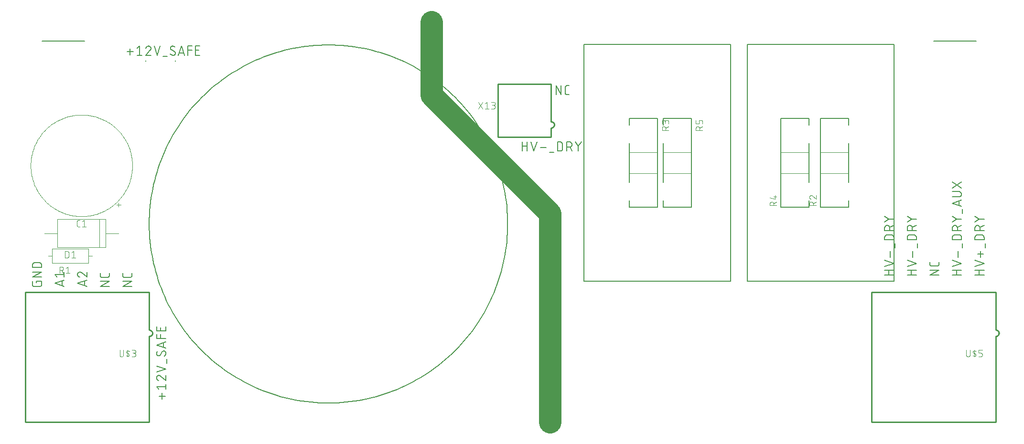
<source format=gbl>
G04 EAGLE Gerber RS-274X export*
G75*
%MOMM*%
%FSLAX34Y34*%
%LPD*%
%INSilkscreen Top*%
%IPPOS*%
%AMOC8*
5,1,8,0,0,1.08239X$1,22.5*%
G01*
%ADD10C,0.152400*%
%ADD11C,4.000000*%
%ADD12C,0.254000*%
%ADD13C,0.101600*%
%ADD14C,0.120000*%
%ADD15R,0.200000X0.200000*%
%ADD16C,0.127000*%
%ADD17C,0.203200*%
%ADD18C,0.010000*%


D10*
X180762Y627084D02*
X191599Y627084D01*
X186181Y621665D02*
X186181Y632502D01*
X198338Y633406D02*
X202854Y637018D01*
X202854Y620762D01*
X198338Y620762D02*
X207370Y620762D01*
X223001Y632954D02*
X222999Y633079D01*
X222993Y633204D01*
X222984Y633329D01*
X222970Y633453D01*
X222953Y633577D01*
X222932Y633701D01*
X222907Y633823D01*
X222878Y633945D01*
X222846Y634066D01*
X222810Y634186D01*
X222770Y634305D01*
X222727Y634422D01*
X222680Y634538D01*
X222629Y634653D01*
X222575Y634765D01*
X222517Y634877D01*
X222457Y634986D01*
X222392Y635093D01*
X222325Y635199D01*
X222254Y635302D01*
X222180Y635403D01*
X222103Y635502D01*
X222023Y635598D01*
X221940Y635692D01*
X221855Y635783D01*
X221766Y635872D01*
X221675Y635957D01*
X221581Y636040D01*
X221485Y636120D01*
X221386Y636197D01*
X221285Y636271D01*
X221182Y636342D01*
X221076Y636409D01*
X220969Y636474D01*
X220860Y636534D01*
X220748Y636592D01*
X220636Y636646D01*
X220521Y636697D01*
X220405Y636744D01*
X220288Y636787D01*
X220169Y636827D01*
X220049Y636863D01*
X219928Y636895D01*
X219806Y636924D01*
X219684Y636949D01*
X219560Y636970D01*
X219436Y636987D01*
X219312Y637001D01*
X219187Y637010D01*
X219062Y637016D01*
X218937Y637018D01*
X218794Y637016D01*
X218652Y637010D01*
X218509Y637000D01*
X218367Y636987D01*
X218226Y636969D01*
X218084Y636948D01*
X217944Y636923D01*
X217804Y636894D01*
X217665Y636861D01*
X217527Y636824D01*
X217390Y636784D01*
X217255Y636740D01*
X217120Y636692D01*
X216987Y636640D01*
X216855Y636585D01*
X216725Y636526D01*
X216597Y636464D01*
X216470Y636398D01*
X216345Y636329D01*
X216222Y636257D01*
X216102Y636181D01*
X215983Y636102D01*
X215866Y636019D01*
X215752Y635934D01*
X215640Y635845D01*
X215531Y635754D01*
X215424Y635659D01*
X215319Y635562D01*
X215218Y635461D01*
X215119Y635358D01*
X215023Y635253D01*
X214930Y635144D01*
X214840Y635033D01*
X214753Y634920D01*
X214669Y634805D01*
X214589Y634687D01*
X214511Y634567D01*
X214437Y634445D01*
X214367Y634321D01*
X214299Y634195D01*
X214236Y634067D01*
X214175Y633938D01*
X214118Y633807D01*
X214065Y633675D01*
X214016Y633541D01*
X213970Y633406D01*
X221646Y629793D02*
X221740Y629885D01*
X221830Y629979D01*
X221918Y630076D01*
X222003Y630176D01*
X222085Y630278D01*
X222164Y630383D01*
X222239Y630490D01*
X222311Y630599D01*
X222380Y630710D01*
X222446Y630824D01*
X222508Y630939D01*
X222567Y631056D01*
X222622Y631175D01*
X222673Y631295D01*
X222721Y631417D01*
X222766Y631540D01*
X222806Y631664D01*
X222843Y631790D01*
X222876Y631917D01*
X222905Y632044D01*
X222931Y632173D01*
X222952Y632302D01*
X222970Y632432D01*
X222983Y632562D01*
X222993Y632692D01*
X222999Y632823D01*
X223001Y632954D01*
X221646Y629793D02*
X213970Y620762D01*
X223001Y620762D01*
X234116Y620762D02*
X228698Y637018D01*
X239535Y637018D02*
X234116Y620762D01*
X244572Y618956D02*
X251797Y618956D01*
X262635Y620762D02*
X262753Y620764D01*
X262871Y620770D01*
X262989Y620779D01*
X263106Y620793D01*
X263223Y620810D01*
X263340Y620831D01*
X263455Y620856D01*
X263570Y620885D01*
X263684Y620918D01*
X263796Y620954D01*
X263907Y620994D01*
X264017Y621037D01*
X264126Y621084D01*
X264233Y621134D01*
X264338Y621189D01*
X264441Y621246D01*
X264542Y621307D01*
X264642Y621371D01*
X264739Y621438D01*
X264834Y621508D01*
X264926Y621582D01*
X265017Y621658D01*
X265104Y621738D01*
X265189Y621820D01*
X265271Y621905D01*
X265351Y621992D01*
X265427Y622083D01*
X265501Y622175D01*
X265571Y622270D01*
X265638Y622367D01*
X265702Y622467D01*
X265763Y622568D01*
X265820Y622671D01*
X265875Y622776D01*
X265925Y622883D01*
X265972Y622992D01*
X266015Y623102D01*
X266055Y623213D01*
X266091Y623325D01*
X266124Y623439D01*
X266153Y623554D01*
X266178Y623669D01*
X266199Y623786D01*
X266216Y623903D01*
X266230Y624020D01*
X266239Y624138D01*
X266245Y624256D01*
X266247Y624374D01*
X262635Y620762D02*
X262452Y620764D01*
X262270Y620771D01*
X262088Y620782D01*
X261906Y620797D01*
X261724Y620817D01*
X261543Y620840D01*
X261363Y620869D01*
X261183Y620901D01*
X261004Y620938D01*
X260827Y620979D01*
X260650Y621025D01*
X260474Y621074D01*
X260300Y621128D01*
X260126Y621186D01*
X259955Y621248D01*
X259785Y621314D01*
X259616Y621385D01*
X259449Y621459D01*
X259284Y621537D01*
X259121Y621619D01*
X258960Y621705D01*
X258801Y621795D01*
X258644Y621889D01*
X258490Y621986D01*
X258338Y622087D01*
X258188Y622192D01*
X258041Y622300D01*
X257897Y622411D01*
X257755Y622526D01*
X257616Y622645D01*
X257480Y622767D01*
X257347Y622892D01*
X257217Y623020D01*
X257668Y633406D02*
X257670Y633524D01*
X257676Y633642D01*
X257685Y633760D01*
X257699Y633877D01*
X257716Y633994D01*
X257737Y634111D01*
X257762Y634226D01*
X257791Y634341D01*
X257824Y634455D01*
X257860Y634567D01*
X257900Y634678D01*
X257943Y634788D01*
X257990Y634897D01*
X258040Y635004D01*
X258095Y635109D01*
X258152Y635212D01*
X258213Y635313D01*
X258277Y635413D01*
X258344Y635510D01*
X258414Y635605D01*
X258488Y635697D01*
X258564Y635788D01*
X258644Y635875D01*
X258726Y635960D01*
X258811Y636042D01*
X258898Y636122D01*
X258989Y636198D01*
X259081Y636272D01*
X259176Y636342D01*
X259273Y636409D01*
X259373Y636473D01*
X259474Y636534D01*
X259577Y636592D01*
X259682Y636646D01*
X259789Y636696D01*
X259898Y636743D01*
X260008Y636787D01*
X260119Y636826D01*
X260232Y636862D01*
X260345Y636895D01*
X260460Y636924D01*
X260575Y636949D01*
X260692Y636970D01*
X260809Y636987D01*
X260926Y637001D01*
X261044Y637010D01*
X261162Y637016D01*
X261280Y637018D01*
X261441Y637016D01*
X261603Y637010D01*
X261764Y637001D01*
X261925Y636987D01*
X262085Y636970D01*
X262245Y636949D01*
X262405Y636924D01*
X262564Y636895D01*
X262722Y636863D01*
X262879Y636827D01*
X263035Y636787D01*
X263191Y636743D01*
X263345Y636695D01*
X263498Y636644D01*
X263650Y636590D01*
X263801Y636531D01*
X263950Y636470D01*
X264097Y636404D01*
X264243Y636335D01*
X264388Y636263D01*
X264530Y636187D01*
X264671Y636108D01*
X264810Y636026D01*
X264946Y635940D01*
X265081Y635851D01*
X265214Y635759D01*
X265344Y635663D01*
X259473Y630245D02*
X259372Y630307D01*
X259272Y630372D01*
X259175Y630441D01*
X259080Y630513D01*
X258987Y630587D01*
X258897Y630665D01*
X258809Y630746D01*
X258724Y630829D01*
X258642Y630915D01*
X258563Y631004D01*
X258486Y631095D01*
X258413Y631189D01*
X258342Y631285D01*
X258275Y631383D01*
X258211Y631483D01*
X258150Y631586D01*
X258093Y631690D01*
X258039Y631796D01*
X257989Y631904D01*
X257942Y632013D01*
X257898Y632124D01*
X257858Y632236D01*
X257822Y632350D01*
X257790Y632464D01*
X257761Y632580D01*
X257736Y632696D01*
X257715Y632813D01*
X257698Y632931D01*
X257684Y633049D01*
X257675Y633168D01*
X257669Y633287D01*
X257667Y633406D01*
X264441Y627535D02*
X264542Y627473D01*
X264642Y627408D01*
X264739Y627339D01*
X264834Y627267D01*
X264927Y627193D01*
X265017Y627115D01*
X265105Y627034D01*
X265190Y626951D01*
X265272Y626865D01*
X265351Y626776D01*
X265428Y626685D01*
X265501Y626591D01*
X265572Y626495D01*
X265639Y626397D01*
X265703Y626297D01*
X265764Y626194D01*
X265821Y626090D01*
X265875Y625984D01*
X265925Y625876D01*
X265972Y625767D01*
X266016Y625656D01*
X266056Y625544D01*
X266092Y625430D01*
X266124Y625316D01*
X266153Y625200D01*
X266178Y625084D01*
X266199Y624967D01*
X266216Y624849D01*
X266230Y624731D01*
X266239Y624612D01*
X266245Y624493D01*
X266247Y624374D01*
X264441Y627535D02*
X259474Y630245D01*
X271423Y620762D02*
X276842Y637018D01*
X282260Y620762D01*
X280906Y624826D02*
X272778Y624826D01*
X288508Y620762D02*
X288508Y637018D01*
X295733Y637018D01*
X295733Y629793D02*
X288508Y629793D01*
X302055Y620762D02*
X309280Y620762D01*
X302055Y620762D02*
X302055Y637018D01*
X309280Y637018D01*
X307474Y629793D02*
X302055Y629793D01*
X880762Y467018D02*
X880762Y450762D01*
X880762Y459793D02*
X889793Y459793D01*
X889793Y467018D02*
X889793Y450762D01*
X901430Y450762D02*
X896011Y467018D01*
X906849Y467018D02*
X901430Y450762D01*
X912685Y457084D02*
X923522Y457084D01*
X929601Y448956D02*
X936826Y448956D01*
X943287Y450762D02*
X943287Y467018D01*
X947802Y467018D01*
X947933Y467016D01*
X948065Y467010D01*
X948196Y467001D01*
X948326Y466987D01*
X948457Y466970D01*
X948586Y466949D01*
X948715Y466925D01*
X948843Y466896D01*
X948971Y466864D01*
X949097Y466828D01*
X949222Y466789D01*
X949347Y466746D01*
X949469Y466699D01*
X949591Y466649D01*
X949711Y466595D01*
X949829Y466538D01*
X949945Y466477D01*
X950060Y466413D01*
X950173Y466346D01*
X950284Y466275D01*
X950392Y466201D01*
X950499Y466124D01*
X950603Y466044D01*
X950705Y465961D01*
X950804Y465876D01*
X950901Y465787D01*
X950995Y465695D01*
X951087Y465601D01*
X951176Y465504D01*
X951261Y465405D01*
X951344Y465303D01*
X951424Y465199D01*
X951501Y465092D01*
X951575Y464984D01*
X951646Y464873D01*
X951713Y464760D01*
X951777Y464645D01*
X951838Y464529D01*
X951895Y464411D01*
X951949Y464291D01*
X951999Y464169D01*
X952046Y464047D01*
X952089Y463922D01*
X952128Y463797D01*
X952164Y463671D01*
X952196Y463543D01*
X952225Y463415D01*
X952249Y463286D01*
X952270Y463157D01*
X952287Y463026D01*
X952301Y462896D01*
X952310Y462765D01*
X952316Y462633D01*
X952318Y462502D01*
X952318Y455278D01*
X952316Y455147D01*
X952310Y455015D01*
X952301Y454884D01*
X952287Y454754D01*
X952270Y454623D01*
X952249Y454494D01*
X952225Y454365D01*
X952196Y454237D01*
X952164Y454109D01*
X952128Y453983D01*
X952089Y453858D01*
X952046Y453733D01*
X951999Y453611D01*
X951949Y453489D01*
X951895Y453369D01*
X951838Y453251D01*
X951777Y453135D01*
X951713Y453020D01*
X951646Y452907D01*
X951575Y452796D01*
X951501Y452688D01*
X951424Y452581D01*
X951344Y452477D01*
X951261Y452375D01*
X951176Y452276D01*
X951087Y452179D01*
X950995Y452085D01*
X950901Y451993D01*
X950804Y451904D01*
X950705Y451819D01*
X950603Y451736D01*
X950499Y451656D01*
X950392Y451579D01*
X950284Y451505D01*
X950173Y451434D01*
X950060Y451367D01*
X949945Y451303D01*
X949829Y451242D01*
X949711Y451185D01*
X949591Y451131D01*
X949469Y451081D01*
X949347Y451034D01*
X949222Y450991D01*
X949097Y450952D01*
X948971Y450916D01*
X948843Y450884D01*
X948715Y450855D01*
X948586Y450831D01*
X948456Y450810D01*
X948326Y450793D01*
X948196Y450779D01*
X948065Y450770D01*
X947933Y450764D01*
X947802Y450762D01*
X943287Y450762D01*
X960052Y450762D02*
X960052Y467018D01*
X964567Y467018D01*
X964700Y467016D01*
X964832Y467010D01*
X964964Y467000D01*
X965096Y466987D01*
X965228Y466969D01*
X965358Y466948D01*
X965489Y466923D01*
X965618Y466894D01*
X965746Y466861D01*
X965874Y466825D01*
X966000Y466785D01*
X966125Y466741D01*
X966249Y466693D01*
X966371Y466642D01*
X966492Y466587D01*
X966611Y466529D01*
X966729Y466467D01*
X966844Y466402D01*
X966958Y466333D01*
X967069Y466262D01*
X967178Y466186D01*
X967285Y466108D01*
X967390Y466027D01*
X967492Y465942D01*
X967592Y465855D01*
X967689Y465765D01*
X967784Y465672D01*
X967875Y465576D01*
X967964Y465478D01*
X968050Y465377D01*
X968133Y465273D01*
X968213Y465167D01*
X968289Y465059D01*
X968363Y464949D01*
X968433Y464836D01*
X968500Y464722D01*
X968563Y464605D01*
X968623Y464487D01*
X968680Y464367D01*
X968733Y464245D01*
X968782Y464122D01*
X968828Y463998D01*
X968870Y463872D01*
X968908Y463745D01*
X968943Y463617D01*
X968974Y463488D01*
X969001Y463359D01*
X969024Y463228D01*
X969044Y463097D01*
X969059Y462965D01*
X969071Y462833D01*
X969079Y462701D01*
X969083Y462568D01*
X969083Y462436D01*
X969079Y462303D01*
X969071Y462171D01*
X969059Y462039D01*
X969044Y461907D01*
X969024Y461776D01*
X969001Y461645D01*
X968974Y461516D01*
X968943Y461387D01*
X968908Y461259D01*
X968870Y461132D01*
X968828Y461006D01*
X968782Y460882D01*
X968733Y460759D01*
X968680Y460637D01*
X968623Y460517D01*
X968563Y460399D01*
X968500Y460282D01*
X968433Y460168D01*
X968363Y460055D01*
X968289Y459945D01*
X968213Y459837D01*
X968133Y459731D01*
X968050Y459627D01*
X967964Y459526D01*
X967875Y459428D01*
X967784Y459332D01*
X967689Y459239D01*
X967592Y459149D01*
X967492Y459062D01*
X967390Y458977D01*
X967285Y458896D01*
X967178Y458818D01*
X967069Y458742D01*
X966958Y458671D01*
X966844Y458602D01*
X966729Y458537D01*
X966611Y458475D01*
X966492Y458417D01*
X966371Y458362D01*
X966249Y458311D01*
X966125Y458263D01*
X966000Y458219D01*
X965874Y458179D01*
X965746Y458143D01*
X965618Y458110D01*
X965489Y458081D01*
X965358Y458056D01*
X965228Y458035D01*
X965096Y458017D01*
X964964Y458004D01*
X964832Y457994D01*
X964700Y457988D01*
X964567Y457986D01*
X964567Y457987D02*
X960052Y457987D01*
X965470Y457987D02*
X969083Y450762D01*
X980107Y459342D02*
X974688Y467018D01*
X980107Y459342D02*
X985526Y467018D01*
X980107Y459342D02*
X980107Y450762D01*
X940762Y550762D02*
X940762Y567018D01*
X949793Y550762D01*
X949793Y567018D01*
X960487Y550762D02*
X964100Y550762D01*
X960487Y550762D02*
X960369Y550764D01*
X960251Y550770D01*
X960133Y550779D01*
X960016Y550793D01*
X959899Y550810D01*
X959782Y550831D01*
X959667Y550856D01*
X959552Y550885D01*
X959438Y550918D01*
X959326Y550954D01*
X959215Y550994D01*
X959105Y551037D01*
X958996Y551084D01*
X958889Y551134D01*
X958784Y551189D01*
X958681Y551246D01*
X958580Y551307D01*
X958480Y551371D01*
X958383Y551438D01*
X958288Y551508D01*
X958196Y551582D01*
X958105Y551658D01*
X958018Y551738D01*
X957933Y551820D01*
X957851Y551905D01*
X957771Y551992D01*
X957695Y552083D01*
X957621Y552175D01*
X957551Y552270D01*
X957484Y552367D01*
X957420Y552467D01*
X957359Y552568D01*
X957302Y552671D01*
X957247Y552776D01*
X957197Y552883D01*
X957150Y552992D01*
X957107Y553102D01*
X957067Y553213D01*
X957031Y553325D01*
X956998Y553439D01*
X956969Y553554D01*
X956944Y553669D01*
X956923Y553786D01*
X956906Y553903D01*
X956892Y554020D01*
X956883Y554138D01*
X956877Y554256D01*
X956875Y554374D01*
X956875Y563406D01*
X956877Y563524D01*
X956883Y563642D01*
X956892Y563760D01*
X956906Y563877D01*
X956923Y563994D01*
X956944Y564111D01*
X956969Y564226D01*
X956998Y564341D01*
X957031Y564455D01*
X957067Y564567D01*
X957107Y564678D01*
X957150Y564788D01*
X957197Y564897D01*
X957247Y565004D01*
X957301Y565109D01*
X957359Y565212D01*
X957420Y565313D01*
X957484Y565413D01*
X957551Y565510D01*
X957621Y565605D01*
X957695Y565697D01*
X957771Y565788D01*
X957851Y565875D01*
X957933Y565960D01*
X958018Y566042D01*
X958105Y566122D01*
X958196Y566198D01*
X958288Y566272D01*
X958383Y566342D01*
X958480Y566409D01*
X958580Y566473D01*
X958681Y566534D01*
X958784Y566591D01*
X958889Y566645D01*
X958996Y566696D01*
X959105Y566743D01*
X959215Y566786D01*
X959326Y566826D01*
X959438Y566862D01*
X959552Y566895D01*
X959667Y566924D01*
X959782Y566949D01*
X959899Y566970D01*
X960016Y566987D01*
X960133Y567001D01*
X960251Y567010D01*
X960369Y567016D01*
X960487Y567018D01*
X964100Y567018D01*
X1682982Y230762D02*
X1699238Y230762D01*
X1690207Y230762D02*
X1690207Y239793D01*
X1682982Y239793D02*
X1699238Y239793D01*
X1699238Y251430D02*
X1682982Y246011D01*
X1682982Y256849D02*
X1699238Y251430D01*
X1692916Y262685D02*
X1692916Y273522D01*
X1687498Y268103D02*
X1698335Y268103D01*
X1701044Y279601D02*
X1701044Y286826D01*
X1699238Y293287D02*
X1682982Y293287D01*
X1682982Y297802D01*
X1682984Y297933D01*
X1682990Y298065D01*
X1682999Y298196D01*
X1683013Y298326D01*
X1683030Y298457D01*
X1683051Y298586D01*
X1683075Y298715D01*
X1683104Y298843D01*
X1683136Y298971D01*
X1683172Y299097D01*
X1683211Y299222D01*
X1683254Y299347D01*
X1683301Y299469D01*
X1683351Y299591D01*
X1683405Y299711D01*
X1683462Y299829D01*
X1683523Y299945D01*
X1683587Y300060D01*
X1683654Y300173D01*
X1683725Y300284D01*
X1683799Y300392D01*
X1683876Y300499D01*
X1683956Y300603D01*
X1684039Y300705D01*
X1684124Y300804D01*
X1684213Y300901D01*
X1684305Y300995D01*
X1684399Y301087D01*
X1684496Y301176D01*
X1684595Y301261D01*
X1684697Y301344D01*
X1684801Y301424D01*
X1684908Y301501D01*
X1685016Y301575D01*
X1685127Y301646D01*
X1685240Y301713D01*
X1685355Y301777D01*
X1685471Y301838D01*
X1685589Y301895D01*
X1685709Y301949D01*
X1685831Y301999D01*
X1685953Y302046D01*
X1686078Y302089D01*
X1686203Y302128D01*
X1686329Y302164D01*
X1686457Y302196D01*
X1686585Y302225D01*
X1686714Y302249D01*
X1686843Y302270D01*
X1686974Y302287D01*
X1687104Y302301D01*
X1687235Y302310D01*
X1687367Y302316D01*
X1687498Y302318D01*
X1694722Y302318D01*
X1694853Y302316D01*
X1694985Y302310D01*
X1695116Y302301D01*
X1695246Y302287D01*
X1695377Y302270D01*
X1695506Y302249D01*
X1695635Y302225D01*
X1695763Y302196D01*
X1695891Y302164D01*
X1696017Y302128D01*
X1696142Y302089D01*
X1696267Y302046D01*
X1696389Y301999D01*
X1696511Y301949D01*
X1696631Y301895D01*
X1696749Y301838D01*
X1696865Y301777D01*
X1696980Y301713D01*
X1697093Y301646D01*
X1697204Y301575D01*
X1697312Y301501D01*
X1697419Y301424D01*
X1697523Y301344D01*
X1697625Y301261D01*
X1697724Y301176D01*
X1697821Y301087D01*
X1697915Y300995D01*
X1698007Y300901D01*
X1698096Y300804D01*
X1698181Y300705D01*
X1698264Y300603D01*
X1698344Y300499D01*
X1698421Y300392D01*
X1698495Y300284D01*
X1698566Y300173D01*
X1698633Y300060D01*
X1698697Y299945D01*
X1698758Y299829D01*
X1698815Y299711D01*
X1698869Y299591D01*
X1698919Y299469D01*
X1698966Y299347D01*
X1699009Y299222D01*
X1699048Y299097D01*
X1699084Y298971D01*
X1699116Y298843D01*
X1699145Y298715D01*
X1699169Y298586D01*
X1699190Y298456D01*
X1699207Y298326D01*
X1699221Y298196D01*
X1699230Y298065D01*
X1699236Y297933D01*
X1699238Y297802D01*
X1699238Y293287D01*
X1699238Y310052D02*
X1682982Y310052D01*
X1682982Y314567D01*
X1682984Y314700D01*
X1682990Y314832D01*
X1683000Y314964D01*
X1683013Y315096D01*
X1683031Y315228D01*
X1683052Y315358D01*
X1683077Y315489D01*
X1683106Y315618D01*
X1683139Y315746D01*
X1683175Y315874D01*
X1683215Y316000D01*
X1683259Y316125D01*
X1683307Y316249D01*
X1683358Y316371D01*
X1683413Y316492D01*
X1683471Y316611D01*
X1683533Y316729D01*
X1683598Y316844D01*
X1683667Y316958D01*
X1683738Y317069D01*
X1683814Y317178D01*
X1683892Y317285D01*
X1683973Y317390D01*
X1684058Y317492D01*
X1684145Y317592D01*
X1684235Y317689D01*
X1684328Y317784D01*
X1684424Y317875D01*
X1684522Y317964D01*
X1684623Y318050D01*
X1684727Y318133D01*
X1684833Y318213D01*
X1684941Y318289D01*
X1685051Y318363D01*
X1685164Y318433D01*
X1685278Y318500D01*
X1685395Y318563D01*
X1685513Y318623D01*
X1685633Y318680D01*
X1685755Y318733D01*
X1685878Y318782D01*
X1686002Y318828D01*
X1686128Y318870D01*
X1686255Y318908D01*
X1686383Y318943D01*
X1686512Y318974D01*
X1686641Y319001D01*
X1686772Y319024D01*
X1686903Y319044D01*
X1687035Y319059D01*
X1687167Y319071D01*
X1687299Y319079D01*
X1687432Y319083D01*
X1687564Y319083D01*
X1687697Y319079D01*
X1687829Y319071D01*
X1687961Y319059D01*
X1688093Y319044D01*
X1688224Y319024D01*
X1688355Y319001D01*
X1688484Y318974D01*
X1688613Y318943D01*
X1688741Y318908D01*
X1688868Y318870D01*
X1688994Y318828D01*
X1689118Y318782D01*
X1689241Y318733D01*
X1689363Y318680D01*
X1689483Y318623D01*
X1689601Y318563D01*
X1689718Y318500D01*
X1689832Y318433D01*
X1689945Y318363D01*
X1690055Y318289D01*
X1690163Y318213D01*
X1690269Y318133D01*
X1690373Y318050D01*
X1690474Y317964D01*
X1690572Y317875D01*
X1690668Y317784D01*
X1690761Y317689D01*
X1690851Y317592D01*
X1690938Y317492D01*
X1691023Y317390D01*
X1691104Y317285D01*
X1691182Y317178D01*
X1691258Y317069D01*
X1691329Y316958D01*
X1691398Y316844D01*
X1691463Y316729D01*
X1691525Y316611D01*
X1691583Y316492D01*
X1691638Y316371D01*
X1691689Y316249D01*
X1691737Y316125D01*
X1691781Y316000D01*
X1691821Y315874D01*
X1691857Y315746D01*
X1691890Y315618D01*
X1691919Y315489D01*
X1691944Y315358D01*
X1691965Y315228D01*
X1691983Y315096D01*
X1691996Y314964D01*
X1692006Y314832D01*
X1692012Y314700D01*
X1692014Y314567D01*
X1692013Y314567D02*
X1692013Y310052D01*
X1692013Y315470D02*
X1699238Y319083D01*
X1690658Y330107D02*
X1682982Y324688D01*
X1690658Y330107D02*
X1682982Y335526D01*
X1690658Y330107D02*
X1699238Y330107D01*
X1659238Y230762D02*
X1642982Y230762D01*
X1650207Y230762D02*
X1650207Y239793D01*
X1642982Y239793D02*
X1659238Y239793D01*
X1659238Y251430D02*
X1642982Y246011D01*
X1642982Y256849D02*
X1659238Y251430D01*
X1652916Y262685D02*
X1652916Y273522D01*
X1661044Y279601D02*
X1661044Y286826D01*
X1659238Y293287D02*
X1642982Y293287D01*
X1642982Y297802D01*
X1642984Y297933D01*
X1642990Y298065D01*
X1642999Y298196D01*
X1643013Y298326D01*
X1643030Y298457D01*
X1643051Y298586D01*
X1643075Y298715D01*
X1643104Y298843D01*
X1643136Y298971D01*
X1643172Y299097D01*
X1643211Y299222D01*
X1643254Y299347D01*
X1643301Y299469D01*
X1643351Y299591D01*
X1643405Y299711D01*
X1643462Y299829D01*
X1643523Y299945D01*
X1643587Y300060D01*
X1643654Y300173D01*
X1643725Y300284D01*
X1643799Y300392D01*
X1643876Y300499D01*
X1643956Y300603D01*
X1644039Y300705D01*
X1644124Y300804D01*
X1644213Y300901D01*
X1644305Y300995D01*
X1644399Y301087D01*
X1644496Y301176D01*
X1644595Y301261D01*
X1644697Y301344D01*
X1644801Y301424D01*
X1644908Y301501D01*
X1645016Y301575D01*
X1645127Y301646D01*
X1645240Y301713D01*
X1645355Y301777D01*
X1645471Y301838D01*
X1645589Y301895D01*
X1645709Y301949D01*
X1645831Y301999D01*
X1645953Y302046D01*
X1646078Y302089D01*
X1646203Y302128D01*
X1646329Y302164D01*
X1646457Y302196D01*
X1646585Y302225D01*
X1646714Y302249D01*
X1646843Y302270D01*
X1646974Y302287D01*
X1647104Y302301D01*
X1647235Y302310D01*
X1647367Y302316D01*
X1647498Y302318D01*
X1654722Y302318D01*
X1654853Y302316D01*
X1654985Y302310D01*
X1655116Y302301D01*
X1655246Y302287D01*
X1655377Y302270D01*
X1655506Y302249D01*
X1655635Y302225D01*
X1655763Y302196D01*
X1655891Y302164D01*
X1656017Y302128D01*
X1656142Y302089D01*
X1656267Y302046D01*
X1656389Y301999D01*
X1656511Y301949D01*
X1656631Y301895D01*
X1656749Y301838D01*
X1656865Y301777D01*
X1656980Y301713D01*
X1657093Y301646D01*
X1657204Y301575D01*
X1657312Y301501D01*
X1657419Y301424D01*
X1657523Y301344D01*
X1657625Y301261D01*
X1657724Y301176D01*
X1657821Y301087D01*
X1657915Y300995D01*
X1658007Y300901D01*
X1658096Y300804D01*
X1658181Y300705D01*
X1658264Y300603D01*
X1658344Y300499D01*
X1658421Y300392D01*
X1658495Y300284D01*
X1658566Y300173D01*
X1658633Y300060D01*
X1658697Y299945D01*
X1658758Y299829D01*
X1658815Y299711D01*
X1658869Y299591D01*
X1658919Y299469D01*
X1658966Y299347D01*
X1659009Y299222D01*
X1659048Y299097D01*
X1659084Y298971D01*
X1659116Y298843D01*
X1659145Y298715D01*
X1659169Y298586D01*
X1659190Y298456D01*
X1659207Y298326D01*
X1659221Y298196D01*
X1659230Y298065D01*
X1659236Y297933D01*
X1659238Y297802D01*
X1659238Y293287D01*
X1659238Y310052D02*
X1642982Y310052D01*
X1642982Y314567D01*
X1642984Y314700D01*
X1642990Y314832D01*
X1643000Y314964D01*
X1643013Y315096D01*
X1643031Y315228D01*
X1643052Y315358D01*
X1643077Y315489D01*
X1643106Y315618D01*
X1643139Y315746D01*
X1643175Y315874D01*
X1643215Y316000D01*
X1643259Y316125D01*
X1643307Y316249D01*
X1643358Y316371D01*
X1643413Y316492D01*
X1643471Y316611D01*
X1643533Y316729D01*
X1643598Y316844D01*
X1643667Y316958D01*
X1643738Y317069D01*
X1643814Y317178D01*
X1643892Y317285D01*
X1643973Y317390D01*
X1644058Y317492D01*
X1644145Y317592D01*
X1644235Y317689D01*
X1644328Y317784D01*
X1644424Y317875D01*
X1644522Y317964D01*
X1644623Y318050D01*
X1644727Y318133D01*
X1644833Y318213D01*
X1644941Y318289D01*
X1645051Y318363D01*
X1645164Y318433D01*
X1645278Y318500D01*
X1645395Y318563D01*
X1645513Y318623D01*
X1645633Y318680D01*
X1645755Y318733D01*
X1645878Y318782D01*
X1646002Y318828D01*
X1646128Y318870D01*
X1646255Y318908D01*
X1646383Y318943D01*
X1646512Y318974D01*
X1646641Y319001D01*
X1646772Y319024D01*
X1646903Y319044D01*
X1647035Y319059D01*
X1647167Y319071D01*
X1647299Y319079D01*
X1647432Y319083D01*
X1647564Y319083D01*
X1647697Y319079D01*
X1647829Y319071D01*
X1647961Y319059D01*
X1648093Y319044D01*
X1648224Y319024D01*
X1648355Y319001D01*
X1648484Y318974D01*
X1648613Y318943D01*
X1648741Y318908D01*
X1648868Y318870D01*
X1648994Y318828D01*
X1649118Y318782D01*
X1649241Y318733D01*
X1649363Y318680D01*
X1649483Y318623D01*
X1649601Y318563D01*
X1649718Y318500D01*
X1649832Y318433D01*
X1649945Y318363D01*
X1650055Y318289D01*
X1650163Y318213D01*
X1650269Y318133D01*
X1650373Y318050D01*
X1650474Y317964D01*
X1650572Y317875D01*
X1650668Y317784D01*
X1650761Y317689D01*
X1650851Y317592D01*
X1650938Y317492D01*
X1651023Y317390D01*
X1651104Y317285D01*
X1651182Y317178D01*
X1651258Y317069D01*
X1651329Y316958D01*
X1651398Y316844D01*
X1651463Y316729D01*
X1651525Y316611D01*
X1651583Y316492D01*
X1651638Y316371D01*
X1651689Y316249D01*
X1651737Y316125D01*
X1651781Y316000D01*
X1651821Y315874D01*
X1651857Y315746D01*
X1651890Y315618D01*
X1651919Y315489D01*
X1651944Y315358D01*
X1651965Y315228D01*
X1651983Y315096D01*
X1651996Y314964D01*
X1652006Y314832D01*
X1652012Y314700D01*
X1652014Y314567D01*
X1652013Y314567D02*
X1652013Y310052D01*
X1652013Y315470D02*
X1659238Y319083D01*
X1650658Y330107D02*
X1642982Y324688D01*
X1650658Y330107D02*
X1642982Y335526D01*
X1650658Y330107D02*
X1659238Y330107D01*
X1661044Y340563D02*
X1661044Y347788D01*
X1659238Y352825D02*
X1642982Y358243D01*
X1659238Y363662D01*
X1655174Y362307D02*
X1655174Y354179D01*
X1654722Y369880D02*
X1642982Y369880D01*
X1654722Y369880D02*
X1654855Y369882D01*
X1654987Y369888D01*
X1655119Y369898D01*
X1655251Y369911D01*
X1655383Y369929D01*
X1655513Y369950D01*
X1655644Y369975D01*
X1655773Y370004D01*
X1655901Y370037D01*
X1656029Y370073D01*
X1656155Y370113D01*
X1656280Y370157D01*
X1656404Y370205D01*
X1656526Y370256D01*
X1656647Y370311D01*
X1656766Y370369D01*
X1656884Y370431D01*
X1656999Y370496D01*
X1657113Y370565D01*
X1657224Y370636D01*
X1657333Y370712D01*
X1657440Y370790D01*
X1657545Y370871D01*
X1657647Y370956D01*
X1657747Y371043D01*
X1657844Y371133D01*
X1657939Y371226D01*
X1658030Y371322D01*
X1658119Y371420D01*
X1658205Y371521D01*
X1658288Y371625D01*
X1658368Y371731D01*
X1658444Y371839D01*
X1658518Y371949D01*
X1658588Y372062D01*
X1658655Y372176D01*
X1658718Y372293D01*
X1658778Y372411D01*
X1658835Y372531D01*
X1658888Y372653D01*
X1658937Y372776D01*
X1658983Y372900D01*
X1659025Y373026D01*
X1659063Y373153D01*
X1659098Y373281D01*
X1659129Y373410D01*
X1659156Y373539D01*
X1659179Y373670D01*
X1659199Y373801D01*
X1659214Y373933D01*
X1659226Y374065D01*
X1659234Y374197D01*
X1659238Y374330D01*
X1659238Y374462D01*
X1659234Y374595D01*
X1659226Y374727D01*
X1659214Y374859D01*
X1659199Y374991D01*
X1659179Y375122D01*
X1659156Y375253D01*
X1659129Y375382D01*
X1659098Y375511D01*
X1659063Y375639D01*
X1659025Y375766D01*
X1658983Y375892D01*
X1658937Y376016D01*
X1658888Y376139D01*
X1658835Y376261D01*
X1658778Y376381D01*
X1658718Y376499D01*
X1658655Y376616D01*
X1658588Y376730D01*
X1658518Y376843D01*
X1658444Y376953D01*
X1658368Y377061D01*
X1658288Y377167D01*
X1658205Y377271D01*
X1658119Y377372D01*
X1658030Y377470D01*
X1657939Y377566D01*
X1657844Y377659D01*
X1657747Y377749D01*
X1657647Y377836D01*
X1657545Y377921D01*
X1657440Y378002D01*
X1657333Y378080D01*
X1657224Y378156D01*
X1657113Y378227D01*
X1656999Y378296D01*
X1656884Y378361D01*
X1656766Y378423D01*
X1656647Y378481D01*
X1656526Y378536D01*
X1656404Y378587D01*
X1656280Y378635D01*
X1656155Y378679D01*
X1656029Y378719D01*
X1655901Y378755D01*
X1655773Y378788D01*
X1655644Y378817D01*
X1655513Y378842D01*
X1655383Y378863D01*
X1655251Y378881D01*
X1655119Y378894D01*
X1654987Y378904D01*
X1654855Y378910D01*
X1654722Y378912D01*
X1654722Y378911D02*
X1642982Y378911D01*
X1642982Y395966D02*
X1659238Y385129D01*
X1659238Y395966D02*
X1642982Y385129D01*
X1579238Y230762D02*
X1562982Y230762D01*
X1570207Y230762D02*
X1570207Y239793D01*
X1562982Y239793D02*
X1579238Y239793D01*
X1579238Y251430D02*
X1562982Y246011D01*
X1562982Y256849D02*
X1579238Y251430D01*
X1572916Y262685D02*
X1572916Y273522D01*
X1581044Y279601D02*
X1581044Y286826D01*
X1579238Y293287D02*
X1562982Y293287D01*
X1562982Y297802D01*
X1562984Y297933D01*
X1562990Y298065D01*
X1562999Y298196D01*
X1563013Y298326D01*
X1563030Y298457D01*
X1563051Y298586D01*
X1563075Y298715D01*
X1563104Y298843D01*
X1563136Y298971D01*
X1563172Y299097D01*
X1563211Y299222D01*
X1563254Y299347D01*
X1563301Y299469D01*
X1563351Y299591D01*
X1563405Y299711D01*
X1563462Y299829D01*
X1563523Y299945D01*
X1563587Y300060D01*
X1563654Y300173D01*
X1563725Y300284D01*
X1563799Y300392D01*
X1563876Y300499D01*
X1563956Y300603D01*
X1564039Y300705D01*
X1564124Y300804D01*
X1564213Y300901D01*
X1564305Y300995D01*
X1564399Y301087D01*
X1564496Y301176D01*
X1564595Y301261D01*
X1564697Y301344D01*
X1564801Y301424D01*
X1564908Y301501D01*
X1565016Y301575D01*
X1565127Y301646D01*
X1565240Y301713D01*
X1565355Y301777D01*
X1565471Y301838D01*
X1565589Y301895D01*
X1565709Y301949D01*
X1565831Y301999D01*
X1565953Y302046D01*
X1566078Y302089D01*
X1566203Y302128D01*
X1566329Y302164D01*
X1566457Y302196D01*
X1566585Y302225D01*
X1566714Y302249D01*
X1566843Y302270D01*
X1566974Y302287D01*
X1567104Y302301D01*
X1567235Y302310D01*
X1567367Y302316D01*
X1567498Y302318D01*
X1574722Y302318D01*
X1574853Y302316D01*
X1574985Y302310D01*
X1575116Y302301D01*
X1575246Y302287D01*
X1575377Y302270D01*
X1575506Y302249D01*
X1575635Y302225D01*
X1575763Y302196D01*
X1575891Y302164D01*
X1576017Y302128D01*
X1576142Y302089D01*
X1576267Y302046D01*
X1576389Y301999D01*
X1576511Y301949D01*
X1576631Y301895D01*
X1576749Y301838D01*
X1576865Y301777D01*
X1576980Y301713D01*
X1577093Y301646D01*
X1577204Y301575D01*
X1577312Y301501D01*
X1577419Y301424D01*
X1577523Y301344D01*
X1577625Y301261D01*
X1577724Y301176D01*
X1577821Y301087D01*
X1577915Y300995D01*
X1578007Y300901D01*
X1578096Y300804D01*
X1578181Y300705D01*
X1578264Y300603D01*
X1578344Y300499D01*
X1578421Y300392D01*
X1578495Y300284D01*
X1578566Y300173D01*
X1578633Y300060D01*
X1578697Y299945D01*
X1578758Y299829D01*
X1578815Y299711D01*
X1578869Y299591D01*
X1578919Y299469D01*
X1578966Y299347D01*
X1579009Y299222D01*
X1579048Y299097D01*
X1579084Y298971D01*
X1579116Y298843D01*
X1579145Y298715D01*
X1579169Y298586D01*
X1579190Y298456D01*
X1579207Y298326D01*
X1579221Y298196D01*
X1579230Y298065D01*
X1579236Y297933D01*
X1579238Y297802D01*
X1579238Y293287D01*
X1579238Y310052D02*
X1562982Y310052D01*
X1562982Y314567D01*
X1562984Y314700D01*
X1562990Y314832D01*
X1563000Y314964D01*
X1563013Y315096D01*
X1563031Y315228D01*
X1563052Y315358D01*
X1563077Y315489D01*
X1563106Y315618D01*
X1563139Y315746D01*
X1563175Y315874D01*
X1563215Y316000D01*
X1563259Y316125D01*
X1563307Y316249D01*
X1563358Y316371D01*
X1563413Y316492D01*
X1563471Y316611D01*
X1563533Y316729D01*
X1563598Y316844D01*
X1563667Y316958D01*
X1563738Y317069D01*
X1563814Y317178D01*
X1563892Y317285D01*
X1563973Y317390D01*
X1564058Y317492D01*
X1564145Y317592D01*
X1564235Y317689D01*
X1564328Y317784D01*
X1564424Y317875D01*
X1564522Y317964D01*
X1564623Y318050D01*
X1564727Y318133D01*
X1564833Y318213D01*
X1564941Y318289D01*
X1565051Y318363D01*
X1565164Y318433D01*
X1565278Y318500D01*
X1565395Y318563D01*
X1565513Y318623D01*
X1565633Y318680D01*
X1565755Y318733D01*
X1565878Y318782D01*
X1566002Y318828D01*
X1566128Y318870D01*
X1566255Y318908D01*
X1566383Y318943D01*
X1566512Y318974D01*
X1566641Y319001D01*
X1566772Y319024D01*
X1566903Y319044D01*
X1567035Y319059D01*
X1567167Y319071D01*
X1567299Y319079D01*
X1567432Y319083D01*
X1567564Y319083D01*
X1567697Y319079D01*
X1567829Y319071D01*
X1567961Y319059D01*
X1568093Y319044D01*
X1568224Y319024D01*
X1568355Y319001D01*
X1568484Y318974D01*
X1568613Y318943D01*
X1568741Y318908D01*
X1568868Y318870D01*
X1568994Y318828D01*
X1569118Y318782D01*
X1569241Y318733D01*
X1569363Y318680D01*
X1569483Y318623D01*
X1569601Y318563D01*
X1569718Y318500D01*
X1569832Y318433D01*
X1569945Y318363D01*
X1570055Y318289D01*
X1570163Y318213D01*
X1570269Y318133D01*
X1570373Y318050D01*
X1570474Y317964D01*
X1570572Y317875D01*
X1570668Y317784D01*
X1570761Y317689D01*
X1570851Y317592D01*
X1570938Y317492D01*
X1571023Y317390D01*
X1571104Y317285D01*
X1571182Y317178D01*
X1571258Y317069D01*
X1571329Y316958D01*
X1571398Y316844D01*
X1571463Y316729D01*
X1571525Y316611D01*
X1571583Y316492D01*
X1571638Y316371D01*
X1571689Y316249D01*
X1571737Y316125D01*
X1571781Y316000D01*
X1571821Y315874D01*
X1571857Y315746D01*
X1571890Y315618D01*
X1571919Y315489D01*
X1571944Y315358D01*
X1571965Y315228D01*
X1571983Y315096D01*
X1571996Y314964D01*
X1572006Y314832D01*
X1572012Y314700D01*
X1572014Y314567D01*
X1572013Y314567D02*
X1572013Y310052D01*
X1572013Y315470D02*
X1579238Y319083D01*
X1570658Y330107D02*
X1562982Y324688D01*
X1570658Y330107D02*
X1562982Y335526D01*
X1570658Y330107D02*
X1579238Y330107D01*
X1539238Y230762D02*
X1522982Y230762D01*
X1530207Y230762D02*
X1530207Y239793D01*
X1522982Y239793D02*
X1539238Y239793D01*
X1539238Y251430D02*
X1522982Y246011D01*
X1522982Y256849D02*
X1539238Y251430D01*
X1532916Y262685D02*
X1532916Y273522D01*
X1541044Y279601D02*
X1541044Y286826D01*
X1539238Y293287D02*
X1522982Y293287D01*
X1522982Y297802D01*
X1522984Y297933D01*
X1522990Y298065D01*
X1522999Y298196D01*
X1523013Y298326D01*
X1523030Y298457D01*
X1523051Y298586D01*
X1523075Y298715D01*
X1523104Y298843D01*
X1523136Y298971D01*
X1523172Y299097D01*
X1523211Y299222D01*
X1523254Y299347D01*
X1523301Y299469D01*
X1523351Y299591D01*
X1523405Y299711D01*
X1523462Y299829D01*
X1523523Y299945D01*
X1523587Y300060D01*
X1523654Y300173D01*
X1523725Y300284D01*
X1523799Y300392D01*
X1523876Y300499D01*
X1523956Y300603D01*
X1524039Y300705D01*
X1524124Y300804D01*
X1524213Y300901D01*
X1524305Y300995D01*
X1524399Y301087D01*
X1524496Y301176D01*
X1524595Y301261D01*
X1524697Y301344D01*
X1524801Y301424D01*
X1524908Y301501D01*
X1525016Y301575D01*
X1525127Y301646D01*
X1525240Y301713D01*
X1525355Y301777D01*
X1525471Y301838D01*
X1525589Y301895D01*
X1525709Y301949D01*
X1525831Y301999D01*
X1525953Y302046D01*
X1526078Y302089D01*
X1526203Y302128D01*
X1526329Y302164D01*
X1526457Y302196D01*
X1526585Y302225D01*
X1526714Y302249D01*
X1526843Y302270D01*
X1526974Y302287D01*
X1527104Y302301D01*
X1527235Y302310D01*
X1527367Y302316D01*
X1527498Y302318D01*
X1534722Y302318D01*
X1534853Y302316D01*
X1534985Y302310D01*
X1535116Y302301D01*
X1535246Y302287D01*
X1535377Y302270D01*
X1535506Y302249D01*
X1535635Y302225D01*
X1535763Y302196D01*
X1535891Y302164D01*
X1536017Y302128D01*
X1536142Y302089D01*
X1536267Y302046D01*
X1536389Y301999D01*
X1536511Y301949D01*
X1536631Y301895D01*
X1536749Y301838D01*
X1536865Y301777D01*
X1536980Y301713D01*
X1537093Y301646D01*
X1537204Y301575D01*
X1537312Y301501D01*
X1537419Y301424D01*
X1537523Y301344D01*
X1537625Y301261D01*
X1537724Y301176D01*
X1537821Y301087D01*
X1537915Y300995D01*
X1538007Y300901D01*
X1538096Y300804D01*
X1538181Y300705D01*
X1538264Y300603D01*
X1538344Y300499D01*
X1538421Y300392D01*
X1538495Y300284D01*
X1538566Y300173D01*
X1538633Y300060D01*
X1538697Y299945D01*
X1538758Y299829D01*
X1538815Y299711D01*
X1538869Y299591D01*
X1538919Y299469D01*
X1538966Y299347D01*
X1539009Y299222D01*
X1539048Y299097D01*
X1539084Y298971D01*
X1539116Y298843D01*
X1539145Y298715D01*
X1539169Y298586D01*
X1539190Y298456D01*
X1539207Y298326D01*
X1539221Y298196D01*
X1539230Y298065D01*
X1539236Y297933D01*
X1539238Y297802D01*
X1539238Y293287D01*
X1539238Y310052D02*
X1522982Y310052D01*
X1522982Y314567D01*
X1522984Y314700D01*
X1522990Y314832D01*
X1523000Y314964D01*
X1523013Y315096D01*
X1523031Y315228D01*
X1523052Y315358D01*
X1523077Y315489D01*
X1523106Y315618D01*
X1523139Y315746D01*
X1523175Y315874D01*
X1523215Y316000D01*
X1523259Y316125D01*
X1523307Y316249D01*
X1523358Y316371D01*
X1523413Y316492D01*
X1523471Y316611D01*
X1523533Y316729D01*
X1523598Y316844D01*
X1523667Y316958D01*
X1523738Y317069D01*
X1523814Y317178D01*
X1523892Y317285D01*
X1523973Y317390D01*
X1524058Y317492D01*
X1524145Y317592D01*
X1524235Y317689D01*
X1524328Y317784D01*
X1524424Y317875D01*
X1524522Y317964D01*
X1524623Y318050D01*
X1524727Y318133D01*
X1524833Y318213D01*
X1524941Y318289D01*
X1525051Y318363D01*
X1525164Y318433D01*
X1525278Y318500D01*
X1525395Y318563D01*
X1525513Y318623D01*
X1525633Y318680D01*
X1525755Y318733D01*
X1525878Y318782D01*
X1526002Y318828D01*
X1526128Y318870D01*
X1526255Y318908D01*
X1526383Y318943D01*
X1526512Y318974D01*
X1526641Y319001D01*
X1526772Y319024D01*
X1526903Y319044D01*
X1527035Y319059D01*
X1527167Y319071D01*
X1527299Y319079D01*
X1527432Y319083D01*
X1527564Y319083D01*
X1527697Y319079D01*
X1527829Y319071D01*
X1527961Y319059D01*
X1528093Y319044D01*
X1528224Y319024D01*
X1528355Y319001D01*
X1528484Y318974D01*
X1528613Y318943D01*
X1528741Y318908D01*
X1528868Y318870D01*
X1528994Y318828D01*
X1529118Y318782D01*
X1529241Y318733D01*
X1529363Y318680D01*
X1529483Y318623D01*
X1529601Y318563D01*
X1529718Y318500D01*
X1529832Y318433D01*
X1529945Y318363D01*
X1530055Y318289D01*
X1530163Y318213D01*
X1530269Y318133D01*
X1530373Y318050D01*
X1530474Y317964D01*
X1530572Y317875D01*
X1530668Y317784D01*
X1530761Y317689D01*
X1530851Y317592D01*
X1530938Y317492D01*
X1531023Y317390D01*
X1531104Y317285D01*
X1531182Y317178D01*
X1531258Y317069D01*
X1531329Y316958D01*
X1531398Y316844D01*
X1531463Y316729D01*
X1531525Y316611D01*
X1531583Y316492D01*
X1531638Y316371D01*
X1531689Y316249D01*
X1531737Y316125D01*
X1531781Y316000D01*
X1531821Y315874D01*
X1531857Y315746D01*
X1531890Y315618D01*
X1531919Y315489D01*
X1531944Y315358D01*
X1531965Y315228D01*
X1531983Y315096D01*
X1531996Y314964D01*
X1532006Y314832D01*
X1532012Y314700D01*
X1532014Y314567D01*
X1532013Y314567D02*
X1532013Y310052D01*
X1532013Y315470D02*
X1539238Y319083D01*
X1530658Y330107D02*
X1522982Y324688D01*
X1530658Y330107D02*
X1522982Y335526D01*
X1530658Y330107D02*
X1539238Y330107D01*
X1602982Y230762D02*
X1619238Y230762D01*
X1619238Y239793D02*
X1602982Y230762D01*
X1602982Y239793D02*
X1619238Y239793D01*
X1619238Y250487D02*
X1619238Y254100D01*
X1619238Y250487D02*
X1619236Y250369D01*
X1619230Y250251D01*
X1619221Y250133D01*
X1619207Y250016D01*
X1619190Y249899D01*
X1619169Y249782D01*
X1619144Y249667D01*
X1619115Y249552D01*
X1619082Y249438D01*
X1619046Y249326D01*
X1619006Y249215D01*
X1618963Y249105D01*
X1618916Y248996D01*
X1618866Y248889D01*
X1618811Y248784D01*
X1618754Y248681D01*
X1618693Y248580D01*
X1618629Y248480D01*
X1618562Y248383D01*
X1618492Y248288D01*
X1618418Y248196D01*
X1618342Y248105D01*
X1618262Y248018D01*
X1618180Y247933D01*
X1618095Y247851D01*
X1618008Y247771D01*
X1617917Y247695D01*
X1617825Y247621D01*
X1617730Y247551D01*
X1617633Y247484D01*
X1617533Y247420D01*
X1617432Y247359D01*
X1617329Y247302D01*
X1617224Y247247D01*
X1617117Y247197D01*
X1617008Y247150D01*
X1616898Y247107D01*
X1616787Y247067D01*
X1616675Y247031D01*
X1616561Y246998D01*
X1616446Y246969D01*
X1616331Y246944D01*
X1616214Y246923D01*
X1616097Y246906D01*
X1615980Y246892D01*
X1615862Y246883D01*
X1615744Y246877D01*
X1615626Y246875D01*
X1606594Y246875D01*
X1606594Y246874D02*
X1606476Y246876D01*
X1606358Y246882D01*
X1606240Y246891D01*
X1606122Y246905D01*
X1606005Y246922D01*
X1605889Y246943D01*
X1605774Y246968D01*
X1605659Y246997D01*
X1605545Y247030D01*
X1605433Y247066D01*
X1605321Y247106D01*
X1605211Y247149D01*
X1605103Y247196D01*
X1604996Y247247D01*
X1604891Y247301D01*
X1604788Y247358D01*
X1604686Y247419D01*
X1604587Y247483D01*
X1604490Y247550D01*
X1604395Y247621D01*
X1604302Y247694D01*
X1604212Y247771D01*
X1604124Y247850D01*
X1604039Y247932D01*
X1603957Y248017D01*
X1603878Y248105D01*
X1603801Y248195D01*
X1603728Y248288D01*
X1603657Y248382D01*
X1603590Y248480D01*
X1603526Y248579D01*
X1603465Y248680D01*
X1603408Y248784D01*
X1603354Y248889D01*
X1603303Y248996D01*
X1603256Y249104D01*
X1603213Y249214D01*
X1603173Y249326D01*
X1603137Y249438D01*
X1603104Y249552D01*
X1603075Y249667D01*
X1603050Y249782D01*
X1603029Y249898D01*
X1603012Y250015D01*
X1602998Y250133D01*
X1602989Y250251D01*
X1602983Y250369D01*
X1602981Y250487D01*
X1602982Y250487D02*
X1602982Y254100D01*
X20207Y219793D02*
X20207Y217084D01*
X20207Y219793D02*
X29238Y219793D01*
X29238Y214374D01*
X29236Y214256D01*
X29230Y214138D01*
X29221Y214020D01*
X29207Y213903D01*
X29190Y213786D01*
X29169Y213669D01*
X29144Y213554D01*
X29115Y213439D01*
X29082Y213325D01*
X29046Y213213D01*
X29006Y213102D01*
X28963Y212992D01*
X28916Y212883D01*
X28866Y212776D01*
X28811Y212671D01*
X28754Y212568D01*
X28693Y212467D01*
X28629Y212367D01*
X28562Y212270D01*
X28492Y212175D01*
X28418Y212083D01*
X28342Y211992D01*
X28262Y211905D01*
X28180Y211820D01*
X28095Y211738D01*
X28008Y211658D01*
X27917Y211582D01*
X27825Y211508D01*
X27730Y211438D01*
X27633Y211371D01*
X27533Y211307D01*
X27432Y211246D01*
X27329Y211189D01*
X27224Y211134D01*
X27117Y211084D01*
X27008Y211037D01*
X26898Y210994D01*
X26787Y210954D01*
X26675Y210918D01*
X26561Y210885D01*
X26446Y210856D01*
X26331Y210831D01*
X26214Y210810D01*
X26097Y210793D01*
X25980Y210779D01*
X25862Y210770D01*
X25744Y210764D01*
X25626Y210762D01*
X16594Y210762D01*
X16476Y210764D01*
X16358Y210770D01*
X16240Y210779D01*
X16122Y210793D01*
X16005Y210810D01*
X15889Y210831D01*
X15774Y210856D01*
X15659Y210885D01*
X15545Y210918D01*
X15433Y210954D01*
X15321Y210994D01*
X15211Y211037D01*
X15103Y211084D01*
X14996Y211135D01*
X14891Y211189D01*
X14788Y211246D01*
X14686Y211307D01*
X14587Y211371D01*
X14490Y211438D01*
X14395Y211509D01*
X14302Y211582D01*
X14212Y211659D01*
X14124Y211738D01*
X14039Y211820D01*
X13957Y211905D01*
X13878Y211993D01*
X13801Y212083D01*
X13728Y212176D01*
X13657Y212270D01*
X13590Y212368D01*
X13526Y212467D01*
X13465Y212568D01*
X13408Y212672D01*
X13354Y212777D01*
X13303Y212884D01*
X13256Y212992D01*
X13213Y213102D01*
X13173Y213214D01*
X13137Y213326D01*
X13104Y213440D01*
X13075Y213555D01*
X13050Y213670D01*
X13029Y213786D01*
X13012Y213903D01*
X12998Y214021D01*
X12989Y214139D01*
X12983Y214257D01*
X12981Y214375D01*
X12982Y214374D02*
X12982Y219793D01*
X12982Y227435D02*
X29238Y227435D01*
X29238Y236466D02*
X12982Y227435D01*
X12982Y236466D02*
X29238Y236466D01*
X29238Y244109D02*
X12982Y244109D01*
X12982Y248624D01*
X12984Y248755D01*
X12990Y248887D01*
X12999Y249018D01*
X13013Y249148D01*
X13030Y249279D01*
X13051Y249408D01*
X13075Y249537D01*
X13104Y249665D01*
X13136Y249793D01*
X13172Y249919D01*
X13211Y250044D01*
X13254Y250169D01*
X13301Y250291D01*
X13351Y250413D01*
X13405Y250533D01*
X13462Y250651D01*
X13523Y250767D01*
X13587Y250882D01*
X13654Y250995D01*
X13725Y251106D01*
X13799Y251214D01*
X13876Y251321D01*
X13956Y251425D01*
X14039Y251527D01*
X14124Y251626D01*
X14213Y251723D01*
X14305Y251817D01*
X14399Y251909D01*
X14496Y251998D01*
X14595Y252083D01*
X14697Y252166D01*
X14801Y252246D01*
X14908Y252323D01*
X15016Y252397D01*
X15127Y252468D01*
X15240Y252535D01*
X15355Y252599D01*
X15471Y252660D01*
X15589Y252717D01*
X15709Y252771D01*
X15831Y252821D01*
X15953Y252868D01*
X16078Y252911D01*
X16203Y252950D01*
X16329Y252986D01*
X16457Y253018D01*
X16585Y253047D01*
X16714Y253071D01*
X16843Y253092D01*
X16974Y253109D01*
X17104Y253123D01*
X17235Y253132D01*
X17367Y253138D01*
X17498Y253140D01*
X24722Y253140D01*
X24853Y253138D01*
X24985Y253132D01*
X25116Y253123D01*
X25246Y253109D01*
X25377Y253092D01*
X25506Y253071D01*
X25635Y253047D01*
X25763Y253018D01*
X25891Y252986D01*
X26017Y252950D01*
X26142Y252911D01*
X26267Y252868D01*
X26389Y252821D01*
X26511Y252771D01*
X26631Y252717D01*
X26749Y252660D01*
X26865Y252599D01*
X26980Y252535D01*
X27093Y252468D01*
X27204Y252397D01*
X27312Y252323D01*
X27419Y252246D01*
X27523Y252166D01*
X27625Y252083D01*
X27724Y251998D01*
X27821Y251909D01*
X27915Y251817D01*
X28007Y251723D01*
X28096Y251626D01*
X28181Y251527D01*
X28264Y251425D01*
X28344Y251321D01*
X28421Y251214D01*
X28495Y251106D01*
X28566Y250995D01*
X28633Y250882D01*
X28697Y250767D01*
X28758Y250651D01*
X28815Y250533D01*
X28869Y250413D01*
X28919Y250291D01*
X28966Y250169D01*
X29009Y250044D01*
X29048Y249919D01*
X29084Y249793D01*
X29116Y249665D01*
X29145Y249537D01*
X29169Y249408D01*
X29190Y249278D01*
X29207Y249148D01*
X29221Y249018D01*
X29230Y248887D01*
X29236Y248755D01*
X29238Y248624D01*
X29238Y244109D01*
X52982Y216181D02*
X69238Y210762D01*
X69238Y221599D02*
X52982Y216181D01*
X65174Y220245D02*
X65174Y212117D01*
X56594Y227296D02*
X52982Y231812D01*
X69238Y231812D01*
X69238Y236327D02*
X69238Y227296D01*
X92982Y216181D02*
X109238Y210762D01*
X109238Y221599D02*
X92982Y216181D01*
X105174Y220245D02*
X105174Y212117D01*
X92982Y232263D02*
X92984Y232388D01*
X92990Y232513D01*
X92999Y232638D01*
X93013Y232762D01*
X93030Y232886D01*
X93051Y233010D01*
X93076Y233132D01*
X93105Y233254D01*
X93137Y233375D01*
X93173Y233495D01*
X93213Y233614D01*
X93256Y233731D01*
X93303Y233847D01*
X93354Y233962D01*
X93408Y234074D01*
X93466Y234186D01*
X93526Y234295D01*
X93591Y234402D01*
X93658Y234508D01*
X93729Y234611D01*
X93803Y234712D01*
X93880Y234811D01*
X93960Y234907D01*
X94043Y235001D01*
X94128Y235092D01*
X94217Y235181D01*
X94308Y235266D01*
X94402Y235349D01*
X94498Y235429D01*
X94597Y235506D01*
X94698Y235580D01*
X94801Y235651D01*
X94907Y235718D01*
X95014Y235783D01*
X95123Y235843D01*
X95235Y235901D01*
X95347Y235955D01*
X95462Y236006D01*
X95578Y236053D01*
X95695Y236096D01*
X95814Y236136D01*
X95934Y236172D01*
X96055Y236204D01*
X96177Y236233D01*
X96299Y236258D01*
X96423Y236279D01*
X96547Y236296D01*
X96671Y236310D01*
X96796Y236319D01*
X96921Y236325D01*
X97046Y236327D01*
X92982Y232263D02*
X92984Y232120D01*
X92990Y231978D01*
X93000Y231835D01*
X93013Y231693D01*
X93031Y231552D01*
X93052Y231410D01*
X93077Y231270D01*
X93106Y231130D01*
X93139Y230991D01*
X93176Y230853D01*
X93216Y230716D01*
X93260Y230581D01*
X93308Y230446D01*
X93360Y230313D01*
X93415Y230181D01*
X93474Y230051D01*
X93536Y229923D01*
X93602Y229796D01*
X93671Y229671D01*
X93743Y229548D01*
X93819Y229427D01*
X93898Y229309D01*
X93981Y229192D01*
X94066Y229078D01*
X94155Y228966D01*
X94246Y228857D01*
X94341Y228750D01*
X94438Y228645D01*
X94539Y228544D01*
X94642Y228445D01*
X94747Y228349D01*
X94856Y228256D01*
X94967Y228166D01*
X95080Y228079D01*
X95195Y227995D01*
X95313Y227915D01*
X95433Y227837D01*
X95555Y227763D01*
X95679Y227693D01*
X95805Y227625D01*
X95933Y227562D01*
X96062Y227501D01*
X96193Y227444D01*
X96325Y227391D01*
X96459Y227342D01*
X96594Y227296D01*
X100207Y234972D02*
X100115Y235066D01*
X100021Y235156D01*
X99924Y235244D01*
X99824Y235329D01*
X99722Y235411D01*
X99617Y235489D01*
X99510Y235565D01*
X99401Y235637D01*
X99290Y235706D01*
X99176Y235772D01*
X99061Y235834D01*
X98944Y235893D01*
X98825Y235948D01*
X98705Y235999D01*
X98583Y236047D01*
X98460Y236092D01*
X98336Y236132D01*
X98210Y236169D01*
X98083Y236202D01*
X97956Y236231D01*
X97827Y236257D01*
X97698Y236278D01*
X97568Y236296D01*
X97438Y236309D01*
X97308Y236319D01*
X97177Y236325D01*
X97046Y236327D01*
X100207Y234973D02*
X109238Y227296D01*
X109238Y236327D01*
X132982Y210762D02*
X149238Y210762D01*
X149238Y219793D02*
X132982Y210762D01*
X132982Y219793D02*
X149238Y219793D01*
X149238Y230487D02*
X149238Y234100D01*
X149238Y230487D02*
X149236Y230369D01*
X149230Y230251D01*
X149221Y230133D01*
X149207Y230016D01*
X149190Y229899D01*
X149169Y229782D01*
X149144Y229667D01*
X149115Y229552D01*
X149082Y229438D01*
X149046Y229326D01*
X149006Y229215D01*
X148963Y229105D01*
X148916Y228996D01*
X148866Y228889D01*
X148811Y228784D01*
X148754Y228681D01*
X148693Y228580D01*
X148629Y228480D01*
X148562Y228383D01*
X148492Y228288D01*
X148418Y228196D01*
X148342Y228105D01*
X148262Y228018D01*
X148180Y227933D01*
X148095Y227851D01*
X148008Y227771D01*
X147917Y227695D01*
X147825Y227621D01*
X147730Y227551D01*
X147633Y227484D01*
X147533Y227420D01*
X147432Y227359D01*
X147329Y227302D01*
X147224Y227247D01*
X147117Y227197D01*
X147008Y227150D01*
X146898Y227107D01*
X146787Y227067D01*
X146675Y227031D01*
X146561Y226998D01*
X146446Y226969D01*
X146331Y226944D01*
X146214Y226923D01*
X146097Y226906D01*
X145980Y226892D01*
X145862Y226883D01*
X145744Y226877D01*
X145626Y226875D01*
X136594Y226875D01*
X136594Y226874D02*
X136476Y226876D01*
X136358Y226882D01*
X136240Y226891D01*
X136122Y226905D01*
X136005Y226922D01*
X135889Y226943D01*
X135774Y226968D01*
X135659Y226997D01*
X135545Y227030D01*
X135433Y227066D01*
X135321Y227106D01*
X135211Y227149D01*
X135103Y227196D01*
X134996Y227247D01*
X134891Y227301D01*
X134788Y227358D01*
X134686Y227419D01*
X134587Y227483D01*
X134490Y227550D01*
X134395Y227621D01*
X134302Y227694D01*
X134212Y227771D01*
X134124Y227850D01*
X134039Y227932D01*
X133957Y228017D01*
X133878Y228105D01*
X133801Y228195D01*
X133728Y228288D01*
X133657Y228382D01*
X133590Y228480D01*
X133526Y228579D01*
X133465Y228680D01*
X133408Y228784D01*
X133354Y228889D01*
X133303Y228996D01*
X133256Y229104D01*
X133213Y229214D01*
X133173Y229326D01*
X133137Y229438D01*
X133104Y229552D01*
X133075Y229667D01*
X133050Y229782D01*
X133029Y229898D01*
X133012Y230015D01*
X132998Y230133D01*
X132989Y230251D01*
X132983Y230369D01*
X132981Y230487D01*
X132982Y230487D02*
X132982Y234100D01*
X172982Y210762D02*
X189238Y210762D01*
X189238Y219793D02*
X172982Y210762D01*
X172982Y219793D02*
X189238Y219793D01*
X189238Y230487D02*
X189238Y234100D01*
X189238Y230487D02*
X189236Y230369D01*
X189230Y230251D01*
X189221Y230133D01*
X189207Y230016D01*
X189190Y229899D01*
X189169Y229782D01*
X189144Y229667D01*
X189115Y229552D01*
X189082Y229438D01*
X189046Y229326D01*
X189006Y229215D01*
X188963Y229105D01*
X188916Y228996D01*
X188866Y228889D01*
X188811Y228784D01*
X188754Y228681D01*
X188693Y228580D01*
X188629Y228480D01*
X188562Y228383D01*
X188492Y228288D01*
X188418Y228196D01*
X188342Y228105D01*
X188262Y228018D01*
X188180Y227933D01*
X188095Y227851D01*
X188008Y227771D01*
X187917Y227695D01*
X187825Y227621D01*
X187730Y227551D01*
X187633Y227484D01*
X187533Y227420D01*
X187432Y227359D01*
X187329Y227302D01*
X187224Y227247D01*
X187117Y227197D01*
X187008Y227150D01*
X186898Y227107D01*
X186787Y227067D01*
X186675Y227031D01*
X186561Y226998D01*
X186446Y226969D01*
X186331Y226944D01*
X186214Y226923D01*
X186097Y226906D01*
X185980Y226892D01*
X185862Y226883D01*
X185744Y226877D01*
X185626Y226875D01*
X176594Y226875D01*
X176594Y226874D02*
X176476Y226876D01*
X176358Y226882D01*
X176240Y226891D01*
X176122Y226905D01*
X176005Y226922D01*
X175889Y226943D01*
X175774Y226968D01*
X175659Y226997D01*
X175545Y227030D01*
X175433Y227066D01*
X175321Y227106D01*
X175211Y227149D01*
X175103Y227196D01*
X174996Y227247D01*
X174891Y227301D01*
X174788Y227358D01*
X174686Y227419D01*
X174587Y227483D01*
X174490Y227550D01*
X174395Y227621D01*
X174302Y227694D01*
X174212Y227771D01*
X174124Y227850D01*
X174039Y227932D01*
X173957Y228017D01*
X173878Y228105D01*
X173801Y228195D01*
X173728Y228288D01*
X173657Y228382D01*
X173590Y228480D01*
X173526Y228579D01*
X173465Y228680D01*
X173408Y228784D01*
X173354Y228889D01*
X173303Y228996D01*
X173256Y229104D01*
X173213Y229214D01*
X173173Y229326D01*
X173137Y229438D01*
X173104Y229552D01*
X173075Y229667D01*
X173050Y229782D01*
X173029Y229898D01*
X173012Y230015D01*
X172998Y230133D01*
X172989Y230251D01*
X172983Y230369D01*
X172981Y230487D01*
X172982Y230487D02*
X172982Y234100D01*
X242916Y21599D02*
X242916Y10762D01*
X237498Y16181D02*
X248335Y16181D01*
X236594Y28338D02*
X232982Y32854D01*
X249238Y32854D01*
X249238Y28338D02*
X249238Y37370D01*
X237046Y53001D02*
X236921Y52999D01*
X236796Y52993D01*
X236671Y52984D01*
X236547Y52970D01*
X236423Y52953D01*
X236299Y52932D01*
X236177Y52907D01*
X236055Y52878D01*
X235934Y52846D01*
X235814Y52810D01*
X235695Y52770D01*
X235578Y52727D01*
X235462Y52680D01*
X235347Y52629D01*
X235235Y52575D01*
X235123Y52517D01*
X235014Y52457D01*
X234907Y52392D01*
X234801Y52325D01*
X234698Y52254D01*
X234597Y52180D01*
X234498Y52103D01*
X234402Y52023D01*
X234308Y51940D01*
X234217Y51855D01*
X234128Y51766D01*
X234043Y51675D01*
X233960Y51581D01*
X233880Y51485D01*
X233803Y51386D01*
X233729Y51285D01*
X233658Y51182D01*
X233591Y51076D01*
X233526Y50969D01*
X233466Y50860D01*
X233408Y50748D01*
X233354Y50636D01*
X233303Y50521D01*
X233256Y50405D01*
X233213Y50288D01*
X233173Y50169D01*
X233137Y50049D01*
X233105Y49928D01*
X233076Y49806D01*
X233051Y49684D01*
X233030Y49560D01*
X233013Y49436D01*
X232999Y49312D01*
X232990Y49187D01*
X232984Y49062D01*
X232982Y48937D01*
X232984Y48794D01*
X232990Y48652D01*
X233000Y48509D01*
X233013Y48367D01*
X233031Y48226D01*
X233052Y48084D01*
X233077Y47944D01*
X233106Y47804D01*
X233139Y47665D01*
X233176Y47527D01*
X233216Y47390D01*
X233260Y47255D01*
X233308Y47120D01*
X233360Y46987D01*
X233415Y46855D01*
X233474Y46725D01*
X233536Y46597D01*
X233602Y46470D01*
X233671Y46345D01*
X233743Y46222D01*
X233819Y46101D01*
X233898Y45983D01*
X233981Y45866D01*
X234066Y45752D01*
X234155Y45640D01*
X234246Y45531D01*
X234341Y45424D01*
X234438Y45319D01*
X234539Y45218D01*
X234642Y45119D01*
X234747Y45023D01*
X234856Y44930D01*
X234967Y44840D01*
X235080Y44753D01*
X235195Y44669D01*
X235313Y44589D01*
X235433Y44511D01*
X235555Y44437D01*
X235679Y44367D01*
X235805Y44299D01*
X235933Y44236D01*
X236062Y44175D01*
X236193Y44118D01*
X236325Y44065D01*
X236459Y44016D01*
X236594Y43970D01*
X240207Y51646D02*
X240115Y51740D01*
X240021Y51830D01*
X239924Y51918D01*
X239824Y52003D01*
X239722Y52085D01*
X239617Y52163D01*
X239510Y52239D01*
X239401Y52311D01*
X239290Y52380D01*
X239176Y52446D01*
X239061Y52508D01*
X238944Y52567D01*
X238825Y52622D01*
X238705Y52673D01*
X238583Y52721D01*
X238460Y52766D01*
X238336Y52806D01*
X238210Y52843D01*
X238083Y52876D01*
X237956Y52905D01*
X237827Y52931D01*
X237698Y52952D01*
X237568Y52970D01*
X237438Y52983D01*
X237308Y52993D01*
X237177Y52999D01*
X237046Y53001D01*
X240207Y51646D02*
X249238Y43970D01*
X249238Y53001D01*
X249238Y64116D02*
X232982Y58698D01*
X232982Y69535D02*
X249238Y64116D01*
X251044Y74572D02*
X251044Y81797D01*
X249238Y92635D02*
X249236Y92753D01*
X249230Y92871D01*
X249221Y92989D01*
X249207Y93106D01*
X249190Y93223D01*
X249169Y93340D01*
X249144Y93455D01*
X249115Y93570D01*
X249082Y93684D01*
X249046Y93796D01*
X249006Y93907D01*
X248963Y94017D01*
X248916Y94126D01*
X248866Y94233D01*
X248811Y94338D01*
X248754Y94441D01*
X248693Y94542D01*
X248629Y94642D01*
X248562Y94739D01*
X248492Y94834D01*
X248418Y94926D01*
X248342Y95017D01*
X248262Y95104D01*
X248180Y95189D01*
X248095Y95271D01*
X248008Y95351D01*
X247917Y95427D01*
X247825Y95501D01*
X247730Y95571D01*
X247633Y95638D01*
X247533Y95702D01*
X247432Y95763D01*
X247329Y95820D01*
X247224Y95875D01*
X247117Y95925D01*
X247008Y95972D01*
X246898Y96015D01*
X246787Y96055D01*
X246675Y96091D01*
X246561Y96124D01*
X246446Y96153D01*
X246331Y96178D01*
X246214Y96199D01*
X246097Y96216D01*
X245980Y96230D01*
X245862Y96239D01*
X245744Y96245D01*
X245626Y96247D01*
X249238Y92635D02*
X249236Y92452D01*
X249229Y92270D01*
X249218Y92088D01*
X249203Y91906D01*
X249183Y91724D01*
X249160Y91543D01*
X249131Y91363D01*
X249099Y91183D01*
X249062Y91004D01*
X249021Y90827D01*
X248975Y90650D01*
X248926Y90474D01*
X248872Y90300D01*
X248814Y90126D01*
X248752Y89955D01*
X248686Y89785D01*
X248615Y89616D01*
X248541Y89449D01*
X248463Y89284D01*
X248381Y89121D01*
X248295Y88960D01*
X248205Y88801D01*
X248111Y88644D01*
X248014Y88490D01*
X247913Y88338D01*
X247808Y88188D01*
X247700Y88041D01*
X247589Y87897D01*
X247474Y87755D01*
X247355Y87616D01*
X247233Y87480D01*
X247108Y87347D01*
X246980Y87217D01*
X236594Y87668D02*
X236476Y87670D01*
X236358Y87676D01*
X236240Y87685D01*
X236123Y87699D01*
X236006Y87716D01*
X235889Y87737D01*
X235774Y87762D01*
X235659Y87791D01*
X235545Y87824D01*
X235433Y87860D01*
X235322Y87900D01*
X235212Y87943D01*
X235103Y87990D01*
X234996Y88040D01*
X234891Y88095D01*
X234788Y88152D01*
X234687Y88213D01*
X234587Y88277D01*
X234490Y88344D01*
X234395Y88414D01*
X234303Y88488D01*
X234212Y88564D01*
X234125Y88644D01*
X234040Y88726D01*
X233958Y88811D01*
X233878Y88898D01*
X233802Y88989D01*
X233728Y89081D01*
X233658Y89176D01*
X233591Y89273D01*
X233527Y89373D01*
X233466Y89474D01*
X233409Y89577D01*
X233354Y89682D01*
X233304Y89789D01*
X233257Y89898D01*
X233214Y90008D01*
X233174Y90119D01*
X233138Y90231D01*
X233105Y90345D01*
X233076Y90460D01*
X233051Y90575D01*
X233030Y90692D01*
X233013Y90809D01*
X232999Y90926D01*
X232990Y91044D01*
X232984Y91162D01*
X232982Y91280D01*
X232984Y91441D01*
X232990Y91603D01*
X232999Y91764D01*
X233013Y91925D01*
X233030Y92085D01*
X233051Y92245D01*
X233076Y92405D01*
X233105Y92564D01*
X233137Y92722D01*
X233173Y92879D01*
X233213Y93035D01*
X233257Y93191D01*
X233305Y93345D01*
X233356Y93498D01*
X233410Y93650D01*
X233469Y93801D01*
X233530Y93950D01*
X233596Y94097D01*
X233665Y94243D01*
X233737Y94388D01*
X233813Y94530D01*
X233892Y94671D01*
X233974Y94810D01*
X234060Y94946D01*
X234149Y95081D01*
X234241Y95214D01*
X234337Y95344D01*
X239755Y89473D02*
X239693Y89372D01*
X239628Y89272D01*
X239559Y89175D01*
X239487Y89080D01*
X239413Y88987D01*
X239335Y88897D01*
X239254Y88809D01*
X239171Y88724D01*
X239085Y88642D01*
X238996Y88563D01*
X238905Y88486D01*
X238811Y88413D01*
X238715Y88342D01*
X238617Y88275D01*
X238517Y88211D01*
X238414Y88150D01*
X238310Y88093D01*
X238204Y88039D01*
X238096Y87989D01*
X237987Y87942D01*
X237876Y87898D01*
X237764Y87858D01*
X237650Y87822D01*
X237536Y87790D01*
X237420Y87761D01*
X237304Y87736D01*
X237187Y87715D01*
X237069Y87698D01*
X236951Y87684D01*
X236832Y87675D01*
X236713Y87669D01*
X236594Y87667D01*
X242465Y94441D02*
X242527Y94542D01*
X242592Y94642D01*
X242661Y94739D01*
X242733Y94834D01*
X242807Y94927D01*
X242885Y95017D01*
X242966Y95105D01*
X243049Y95190D01*
X243135Y95272D01*
X243224Y95351D01*
X243315Y95428D01*
X243409Y95501D01*
X243505Y95572D01*
X243603Y95639D01*
X243703Y95703D01*
X243806Y95764D01*
X243910Y95821D01*
X244016Y95875D01*
X244124Y95925D01*
X244233Y95972D01*
X244344Y96016D01*
X244456Y96056D01*
X244570Y96092D01*
X244684Y96124D01*
X244800Y96153D01*
X244916Y96178D01*
X245033Y96199D01*
X245151Y96216D01*
X245269Y96230D01*
X245388Y96239D01*
X245507Y96245D01*
X245626Y96247D01*
X242465Y94441D02*
X239755Y89474D01*
X249238Y101423D02*
X232982Y106842D01*
X249238Y112260D01*
X245174Y110906D02*
X245174Y102778D01*
X249238Y118508D02*
X232982Y118508D01*
X232982Y125733D01*
X240207Y125733D02*
X240207Y118508D01*
X249238Y132055D02*
X249238Y139280D01*
X249238Y132055D02*
X232982Y132055D01*
X232982Y139280D01*
X240207Y137474D02*
X240207Y132055D01*
D11*
X720000Y550000D02*
X720000Y680000D01*
X720000Y550000D02*
X930000Y340000D01*
X930000Y-30000D01*
D10*
X220000Y321400D02*
X220096Y329192D01*
X220382Y336979D01*
X220860Y344757D01*
X221529Y352520D01*
X222388Y360265D01*
X223436Y367987D01*
X224674Y375680D01*
X226101Y383341D01*
X227715Y390965D01*
X229515Y398546D01*
X231501Y406081D01*
X233671Y413565D01*
X236025Y420994D01*
X238560Y428363D01*
X241275Y435667D01*
X244168Y442902D01*
X247238Y450064D01*
X250483Y457149D01*
X253901Y464152D01*
X257490Y471068D01*
X261247Y477895D01*
X265171Y484628D01*
X269259Y491262D01*
X273508Y497794D01*
X277917Y504219D01*
X282482Y510535D01*
X287200Y516736D01*
X292069Y522820D01*
X297086Y528782D01*
X302248Y534620D01*
X307552Y540329D01*
X312994Y545906D01*
X318571Y551348D01*
X324280Y556652D01*
X330118Y561814D01*
X336080Y566831D01*
X342164Y571700D01*
X348365Y576418D01*
X354681Y580983D01*
X361106Y585392D01*
X367638Y589641D01*
X374272Y593729D01*
X381005Y597653D01*
X387832Y601410D01*
X394748Y604999D01*
X401751Y608417D01*
X408836Y611662D01*
X415998Y614732D01*
X423233Y617625D01*
X430537Y620340D01*
X437906Y622875D01*
X445335Y625229D01*
X452819Y627399D01*
X460354Y629385D01*
X467935Y631185D01*
X475559Y632799D01*
X483220Y634226D01*
X490913Y635464D01*
X498635Y636512D01*
X506380Y637371D01*
X514143Y638040D01*
X521921Y638518D01*
X529708Y638804D01*
X537500Y638900D01*
X545292Y638804D01*
X553079Y638518D01*
X560857Y638040D01*
X568620Y637371D01*
X576365Y636512D01*
X584087Y635464D01*
X591780Y634226D01*
X599441Y632799D01*
X607065Y631185D01*
X614646Y629385D01*
X622181Y627399D01*
X629665Y625229D01*
X637094Y622875D01*
X644463Y620340D01*
X651767Y617625D01*
X659002Y614732D01*
X666164Y611662D01*
X673249Y608417D01*
X680252Y604999D01*
X687168Y601410D01*
X693995Y597653D01*
X700728Y593729D01*
X707362Y589641D01*
X713894Y585392D01*
X720319Y580983D01*
X726635Y576418D01*
X732836Y571700D01*
X738920Y566831D01*
X744882Y561814D01*
X750720Y556652D01*
X756429Y551348D01*
X762006Y545906D01*
X767448Y540329D01*
X772752Y534620D01*
X777914Y528782D01*
X782931Y522820D01*
X787800Y516736D01*
X792518Y510535D01*
X797083Y504219D01*
X801492Y497794D01*
X805741Y491262D01*
X809829Y484628D01*
X813753Y477895D01*
X817510Y471068D01*
X821099Y464152D01*
X824517Y457149D01*
X827762Y450064D01*
X830832Y442902D01*
X833725Y435667D01*
X836440Y428363D01*
X838975Y420994D01*
X841329Y413565D01*
X843499Y406081D01*
X845485Y398546D01*
X847285Y390965D01*
X848899Y383341D01*
X850326Y375680D01*
X851564Y367987D01*
X852612Y360265D01*
X853471Y352520D01*
X854140Y344757D01*
X854618Y336979D01*
X854904Y329192D01*
X855000Y321400D01*
X854904Y313608D01*
X854618Y305821D01*
X854140Y298043D01*
X853471Y290280D01*
X852612Y282535D01*
X851564Y274813D01*
X850326Y267120D01*
X848899Y259459D01*
X847285Y251835D01*
X845485Y244254D01*
X843499Y236719D01*
X841329Y229235D01*
X838975Y221806D01*
X836440Y214437D01*
X833725Y207133D01*
X830832Y199898D01*
X827762Y192736D01*
X824517Y185651D01*
X821099Y178648D01*
X817510Y171732D01*
X813753Y164905D01*
X809829Y158172D01*
X805741Y151538D01*
X801492Y145006D01*
X797083Y138581D01*
X792518Y132265D01*
X787800Y126064D01*
X782931Y119980D01*
X777914Y114018D01*
X772752Y108180D01*
X767448Y102471D01*
X762006Y96894D01*
X756429Y91452D01*
X750720Y86148D01*
X744882Y80986D01*
X738920Y75969D01*
X732836Y71100D01*
X726635Y66382D01*
X720319Y61817D01*
X713894Y57408D01*
X707362Y53159D01*
X700728Y49071D01*
X693995Y45147D01*
X687168Y41390D01*
X680252Y37801D01*
X673249Y34383D01*
X666164Y31138D01*
X659002Y28068D01*
X651767Y25175D01*
X644463Y22460D01*
X637094Y19925D01*
X629665Y17571D01*
X622181Y15401D01*
X614646Y13415D01*
X607065Y11615D01*
X599441Y10001D01*
X591780Y8574D01*
X584087Y7336D01*
X576365Y6288D01*
X568620Y5429D01*
X560857Y4760D01*
X553079Y4282D01*
X545292Y3996D01*
X537500Y3900D01*
X529708Y3996D01*
X521921Y4282D01*
X514143Y4760D01*
X506380Y5429D01*
X498635Y6288D01*
X490913Y7336D01*
X483220Y8574D01*
X475559Y10001D01*
X467935Y11615D01*
X460354Y13415D01*
X452819Y15401D01*
X445335Y17571D01*
X437906Y19925D01*
X430537Y22460D01*
X423233Y25175D01*
X415998Y28068D01*
X408836Y31138D01*
X401751Y34383D01*
X394748Y37801D01*
X387832Y41390D01*
X381005Y45147D01*
X374272Y49071D01*
X367638Y53159D01*
X361106Y57408D01*
X354681Y61817D01*
X348365Y66382D01*
X342164Y71100D01*
X336080Y75969D01*
X330118Y80986D01*
X324280Y86148D01*
X318571Y91452D01*
X312994Y96894D01*
X307552Y102471D01*
X302248Y108180D01*
X297086Y114018D01*
X292069Y119980D01*
X287200Y126064D01*
X282482Y132265D01*
X277917Y138581D01*
X273508Y145006D01*
X269259Y151538D01*
X265171Y158172D01*
X261247Y164905D01*
X257490Y171732D01*
X253901Y178648D01*
X250483Y185651D01*
X247238Y192736D01*
X244168Y199898D01*
X241275Y207133D01*
X238560Y214437D01*
X236025Y221806D01*
X233671Y229235D01*
X231501Y236719D01*
X229515Y244254D01*
X227715Y251835D01*
X226101Y259459D01*
X224674Y267120D01*
X223436Y274813D01*
X222388Y282535D01*
X221529Y290280D01*
X220860Y298043D01*
X220382Y305821D01*
X220096Y313608D01*
X220000Y321400D01*
D12*
X220000Y200400D02*
X0Y200400D01*
X220000Y200400D02*
X220000Y133400D01*
X220000Y122400D02*
X220000Y-29600D01*
X0Y-29600D01*
X0Y200400D01*
X220000Y133400D02*
X220148Y133398D01*
X220295Y133392D01*
X220443Y133382D01*
X220590Y133368D01*
X220736Y133351D01*
X220882Y133329D01*
X221028Y133303D01*
X221172Y133274D01*
X221316Y133240D01*
X221459Y133203D01*
X221601Y133162D01*
X221742Y133117D01*
X221881Y133068D01*
X222019Y133016D01*
X222156Y132960D01*
X222291Y132900D01*
X222424Y132837D01*
X222556Y132770D01*
X222686Y132700D01*
X222814Y132626D01*
X222940Y132549D01*
X223063Y132468D01*
X223185Y132384D01*
X223304Y132297D01*
X223421Y132207D01*
X223535Y132113D01*
X223647Y132017D01*
X223756Y131917D01*
X223863Y131815D01*
X223967Y131710D01*
X224067Y131602D01*
X224165Y131492D01*
X224260Y131378D01*
X224352Y131263D01*
X224441Y131145D01*
X224526Y131024D01*
X224609Y130902D01*
X224688Y130777D01*
X224763Y130650D01*
X224835Y130521D01*
X224904Y130390D01*
X224969Y130258D01*
X225030Y130124D01*
X225088Y129988D01*
X225143Y129850D01*
X225193Y129712D01*
X225240Y129571D01*
X225283Y129430D01*
X225322Y129288D01*
X225357Y129144D01*
X225389Y129000D01*
X225416Y128855D01*
X225440Y128709D01*
X225460Y128563D01*
X225476Y128416D01*
X225488Y128269D01*
X225496Y128121D01*
X225500Y127974D01*
X225500Y127826D01*
X225496Y127679D01*
X225488Y127531D01*
X225476Y127384D01*
X225460Y127237D01*
X225440Y127091D01*
X225416Y126945D01*
X225389Y126800D01*
X225357Y126656D01*
X225322Y126512D01*
X225283Y126370D01*
X225240Y126229D01*
X225193Y126088D01*
X225143Y125950D01*
X225088Y125812D01*
X225030Y125676D01*
X224969Y125542D01*
X224904Y125410D01*
X224835Y125279D01*
X224763Y125150D01*
X224688Y125023D01*
X224609Y124898D01*
X224526Y124776D01*
X224441Y124655D01*
X224352Y124537D01*
X224260Y124422D01*
X224165Y124308D01*
X224067Y124198D01*
X223967Y124090D01*
X223863Y123985D01*
X223756Y123883D01*
X223647Y123783D01*
X223535Y123687D01*
X223421Y123593D01*
X223304Y123503D01*
X223185Y123416D01*
X223063Y123332D01*
X222940Y123251D01*
X222814Y123174D01*
X222686Y123100D01*
X222556Y123030D01*
X222424Y122963D01*
X222291Y122900D01*
X222156Y122840D01*
X222019Y122784D01*
X221881Y122732D01*
X221742Y122683D01*
X221601Y122638D01*
X221459Y122597D01*
X221316Y122560D01*
X221172Y122526D01*
X221028Y122497D01*
X220882Y122471D01*
X220736Y122449D01*
X220590Y122432D01*
X220443Y122418D01*
X220295Y122408D01*
X220148Y122402D01*
X220000Y122400D01*
D13*
X167658Y97742D02*
X167658Y89304D01*
X167660Y89191D01*
X167666Y89078D01*
X167676Y88965D01*
X167690Y88852D01*
X167707Y88740D01*
X167729Y88629D01*
X167754Y88519D01*
X167784Y88409D01*
X167817Y88301D01*
X167854Y88194D01*
X167894Y88088D01*
X167939Y87984D01*
X167987Y87881D01*
X168038Y87780D01*
X168093Y87681D01*
X168151Y87584D01*
X168213Y87489D01*
X168278Y87396D01*
X168346Y87306D01*
X168417Y87218D01*
X168492Y87132D01*
X168569Y87049D01*
X168649Y86969D01*
X168732Y86892D01*
X168818Y86817D01*
X168906Y86746D01*
X168996Y86678D01*
X169089Y86613D01*
X169184Y86551D01*
X169281Y86493D01*
X169380Y86438D01*
X169481Y86387D01*
X169584Y86339D01*
X169688Y86294D01*
X169794Y86254D01*
X169901Y86217D01*
X170009Y86184D01*
X170119Y86154D01*
X170229Y86129D01*
X170340Y86107D01*
X170452Y86090D01*
X170565Y86076D01*
X170678Y86066D01*
X170791Y86060D01*
X170904Y86058D01*
X171017Y86060D01*
X171130Y86066D01*
X171243Y86076D01*
X171356Y86090D01*
X171468Y86107D01*
X171579Y86129D01*
X171689Y86154D01*
X171799Y86184D01*
X171907Y86217D01*
X172014Y86254D01*
X172120Y86294D01*
X172224Y86339D01*
X172327Y86387D01*
X172428Y86438D01*
X172527Y86493D01*
X172624Y86551D01*
X172719Y86613D01*
X172812Y86678D01*
X172902Y86746D01*
X172990Y86817D01*
X173076Y86892D01*
X173159Y86969D01*
X173239Y87049D01*
X173316Y87132D01*
X173391Y87218D01*
X173462Y87306D01*
X173530Y87396D01*
X173595Y87489D01*
X173657Y87584D01*
X173715Y87681D01*
X173770Y87780D01*
X173821Y87881D01*
X173869Y87984D01*
X173914Y88088D01*
X173954Y88194D01*
X173991Y88301D01*
X174024Y88409D01*
X174054Y88519D01*
X174079Y88629D01*
X174101Y88740D01*
X174118Y88852D01*
X174132Y88965D01*
X174142Y89078D01*
X174148Y89191D01*
X174150Y89304D01*
X174149Y89304D02*
X174149Y97742D01*
X181953Y97742D02*
X181953Y86058D01*
X181953Y91900D02*
X180330Y92874D01*
X180329Y92873D02*
X180256Y92920D01*
X180185Y92969D01*
X180115Y93022D01*
X180049Y93078D01*
X179985Y93137D01*
X179923Y93198D01*
X179865Y93262D01*
X179809Y93329D01*
X179757Y93398D01*
X179707Y93470D01*
X179661Y93544D01*
X179618Y93619D01*
X179579Y93697D01*
X179543Y93776D01*
X179511Y93857D01*
X179482Y93939D01*
X179457Y94022D01*
X179436Y94106D01*
X179419Y94191D01*
X179405Y94277D01*
X179396Y94363D01*
X179390Y94450D01*
X179388Y94537D01*
X179390Y94624D01*
X179396Y94711D01*
X179406Y94797D01*
X179419Y94883D01*
X179437Y94968D01*
X179458Y95052D01*
X179483Y95135D01*
X179512Y95218D01*
X179544Y95298D01*
X179580Y95377D01*
X179619Y95455D01*
X179662Y95530D01*
X179709Y95604D01*
X179758Y95675D01*
X179811Y95745D01*
X179866Y95811D01*
X179925Y95875D01*
X179986Y95937D01*
X180051Y95996D01*
X180117Y96051D01*
X180186Y96104D01*
X180258Y96154D01*
X180331Y96200D01*
X180407Y96243D01*
X180484Y96282D01*
X180563Y96318D01*
X180644Y96351D01*
X180726Y96379D01*
X180809Y96405D01*
X180893Y96426D01*
X180979Y96443D01*
X180979Y96444D02*
X181119Y96468D01*
X181261Y96488D01*
X181402Y96504D01*
X181544Y96515D01*
X181687Y96523D01*
X181829Y96527D01*
X181972Y96528D01*
X182115Y96524D01*
X182257Y96516D01*
X182399Y96504D01*
X182541Y96488D01*
X182682Y96469D01*
X182823Y96445D01*
X182963Y96418D01*
X183102Y96386D01*
X183240Y96351D01*
X183378Y96312D01*
X183514Y96269D01*
X183648Y96223D01*
X183782Y96172D01*
X183914Y96119D01*
X184044Y96061D01*
X184173Y96000D01*
X184300Y95935D01*
X184426Y95867D01*
X184549Y95795D01*
X181953Y91900D02*
X183575Y90926D01*
X183576Y90927D02*
X183649Y90880D01*
X183720Y90831D01*
X183790Y90778D01*
X183856Y90722D01*
X183920Y90663D01*
X183982Y90602D01*
X184040Y90538D01*
X184096Y90471D01*
X184148Y90402D01*
X184198Y90330D01*
X184244Y90256D01*
X184287Y90181D01*
X184326Y90103D01*
X184362Y90024D01*
X184394Y89943D01*
X184423Y89861D01*
X184448Y89778D01*
X184469Y89694D01*
X184486Y89609D01*
X184500Y89523D01*
X184509Y89437D01*
X184515Y89350D01*
X184517Y89263D01*
X184515Y89176D01*
X184509Y89089D01*
X184499Y89003D01*
X184486Y88917D01*
X184468Y88832D01*
X184447Y88748D01*
X184422Y88665D01*
X184393Y88582D01*
X184361Y88502D01*
X184325Y88423D01*
X184286Y88345D01*
X184243Y88270D01*
X184196Y88196D01*
X184147Y88125D01*
X184094Y88055D01*
X184039Y87989D01*
X183980Y87925D01*
X183919Y87863D01*
X183854Y87804D01*
X183788Y87749D01*
X183719Y87696D01*
X183647Y87646D01*
X183574Y87600D01*
X183498Y87557D01*
X183421Y87518D01*
X183342Y87482D01*
X183261Y87449D01*
X183179Y87421D01*
X183096Y87395D01*
X183012Y87374D01*
X182927Y87357D01*
X182926Y87356D02*
X182786Y87332D01*
X182644Y87312D01*
X182503Y87296D01*
X182361Y87285D01*
X182218Y87277D01*
X182076Y87273D01*
X181933Y87272D01*
X181790Y87276D01*
X181648Y87284D01*
X181506Y87296D01*
X181364Y87312D01*
X181223Y87331D01*
X181082Y87355D01*
X180942Y87382D01*
X180803Y87414D01*
X180665Y87449D01*
X180527Y87488D01*
X180391Y87531D01*
X180257Y87577D01*
X180123Y87628D01*
X179991Y87681D01*
X179861Y87739D01*
X179732Y87800D01*
X179605Y87865D01*
X179479Y87933D01*
X179356Y88005D01*
X189375Y86058D02*
X192621Y86058D01*
X192734Y86060D01*
X192847Y86066D01*
X192960Y86076D01*
X193073Y86090D01*
X193185Y86107D01*
X193296Y86129D01*
X193406Y86154D01*
X193516Y86184D01*
X193624Y86217D01*
X193731Y86254D01*
X193837Y86294D01*
X193941Y86339D01*
X194044Y86387D01*
X194145Y86438D01*
X194244Y86493D01*
X194341Y86551D01*
X194436Y86613D01*
X194529Y86678D01*
X194619Y86746D01*
X194707Y86817D01*
X194793Y86892D01*
X194876Y86969D01*
X194956Y87049D01*
X195033Y87132D01*
X195108Y87218D01*
X195179Y87306D01*
X195247Y87396D01*
X195312Y87489D01*
X195374Y87584D01*
X195432Y87681D01*
X195487Y87780D01*
X195538Y87881D01*
X195586Y87984D01*
X195631Y88088D01*
X195671Y88194D01*
X195708Y88301D01*
X195741Y88409D01*
X195771Y88519D01*
X195796Y88629D01*
X195818Y88740D01*
X195835Y88852D01*
X195849Y88965D01*
X195859Y89078D01*
X195865Y89191D01*
X195867Y89304D01*
X195865Y89417D01*
X195859Y89530D01*
X195849Y89643D01*
X195835Y89756D01*
X195818Y89868D01*
X195796Y89979D01*
X195771Y90089D01*
X195741Y90199D01*
X195708Y90307D01*
X195671Y90414D01*
X195631Y90520D01*
X195586Y90624D01*
X195538Y90727D01*
X195487Y90828D01*
X195432Y90927D01*
X195374Y91024D01*
X195312Y91119D01*
X195247Y91212D01*
X195179Y91302D01*
X195108Y91390D01*
X195033Y91476D01*
X194956Y91559D01*
X194876Y91639D01*
X194793Y91716D01*
X194707Y91791D01*
X194619Y91862D01*
X194529Y91930D01*
X194436Y91995D01*
X194341Y92057D01*
X194244Y92115D01*
X194145Y92170D01*
X194044Y92221D01*
X193941Y92269D01*
X193837Y92314D01*
X193731Y92354D01*
X193624Y92391D01*
X193516Y92424D01*
X193406Y92454D01*
X193296Y92479D01*
X193185Y92501D01*
X193073Y92518D01*
X192960Y92532D01*
X192847Y92542D01*
X192734Y92548D01*
X192621Y92550D01*
X193270Y97742D02*
X189375Y97742D01*
X193270Y97742D02*
X193371Y97740D01*
X193471Y97734D01*
X193571Y97724D01*
X193671Y97711D01*
X193770Y97693D01*
X193869Y97672D01*
X193966Y97647D01*
X194063Y97618D01*
X194158Y97585D01*
X194252Y97549D01*
X194344Y97509D01*
X194435Y97466D01*
X194524Y97419D01*
X194611Y97369D01*
X194697Y97315D01*
X194780Y97258D01*
X194860Y97198D01*
X194939Y97135D01*
X195015Y97068D01*
X195088Y96999D01*
X195158Y96927D01*
X195226Y96853D01*
X195291Y96776D01*
X195352Y96696D01*
X195411Y96614D01*
X195466Y96530D01*
X195518Y96444D01*
X195567Y96356D01*
X195612Y96266D01*
X195654Y96174D01*
X195692Y96081D01*
X195726Y95986D01*
X195757Y95891D01*
X195784Y95794D01*
X195807Y95696D01*
X195827Y95597D01*
X195842Y95497D01*
X195854Y95397D01*
X195862Y95297D01*
X195866Y95196D01*
X195866Y95096D01*
X195862Y94995D01*
X195854Y94895D01*
X195842Y94795D01*
X195827Y94695D01*
X195807Y94596D01*
X195784Y94498D01*
X195757Y94401D01*
X195726Y94306D01*
X195692Y94211D01*
X195654Y94118D01*
X195612Y94026D01*
X195567Y93936D01*
X195518Y93848D01*
X195466Y93762D01*
X195411Y93678D01*
X195352Y93596D01*
X195291Y93516D01*
X195226Y93439D01*
X195158Y93365D01*
X195088Y93293D01*
X195015Y93224D01*
X194939Y93157D01*
X194860Y93094D01*
X194780Y93034D01*
X194697Y92977D01*
X194611Y92923D01*
X194524Y92873D01*
X194435Y92826D01*
X194344Y92783D01*
X194252Y92743D01*
X194158Y92707D01*
X194063Y92674D01*
X193966Y92645D01*
X193869Y92620D01*
X193770Y92599D01*
X193671Y92581D01*
X193571Y92568D01*
X193471Y92558D01*
X193371Y92552D01*
X193270Y92550D01*
X193270Y92549D02*
X190673Y92549D01*
D14*
X10000Y425000D02*
X10027Y427209D01*
X10108Y429416D01*
X10244Y431621D01*
X10433Y433822D01*
X10677Y436017D01*
X10974Y438206D01*
X11325Y440387D01*
X11729Y442558D01*
X12187Y444719D01*
X12697Y446868D01*
X13260Y449004D01*
X13875Y451126D01*
X14542Y453231D01*
X15261Y455320D01*
X16031Y457391D01*
X16851Y459442D01*
X17721Y461472D01*
X18641Y463480D01*
X19610Y465465D01*
X20627Y467426D01*
X21692Y469361D01*
X22804Y471269D01*
X23963Y473150D01*
X25168Y475001D01*
X26417Y476823D01*
X27711Y478613D01*
X29049Y480371D01*
X30429Y482095D01*
X31851Y483786D01*
X33314Y485440D01*
X34818Y487059D01*
X36360Y488640D01*
X37941Y490182D01*
X39560Y491686D01*
X41214Y493149D01*
X42905Y494571D01*
X44629Y495951D01*
X46387Y497289D01*
X48177Y498583D01*
X49999Y499832D01*
X51850Y501037D01*
X53731Y502196D01*
X55639Y503308D01*
X57574Y504373D01*
X59535Y505390D01*
X61520Y506359D01*
X63528Y507279D01*
X65558Y508149D01*
X67609Y508969D01*
X69680Y509739D01*
X71769Y510458D01*
X73874Y511125D01*
X75996Y511740D01*
X78132Y512303D01*
X80281Y512813D01*
X82442Y513271D01*
X84613Y513675D01*
X86794Y514026D01*
X88983Y514323D01*
X91178Y514567D01*
X93379Y514756D01*
X95584Y514892D01*
X97791Y514973D01*
X100000Y515000D01*
X102209Y514973D01*
X104416Y514892D01*
X106621Y514756D01*
X108822Y514567D01*
X111017Y514323D01*
X113206Y514026D01*
X115387Y513675D01*
X117558Y513271D01*
X119719Y512813D01*
X121868Y512303D01*
X124004Y511740D01*
X126126Y511125D01*
X128231Y510458D01*
X130320Y509739D01*
X132391Y508969D01*
X134442Y508149D01*
X136472Y507279D01*
X138480Y506359D01*
X140465Y505390D01*
X142426Y504373D01*
X144361Y503308D01*
X146269Y502196D01*
X148150Y501037D01*
X150001Y499832D01*
X151823Y498583D01*
X153613Y497289D01*
X155371Y495951D01*
X157095Y494571D01*
X158786Y493149D01*
X160440Y491686D01*
X162059Y490182D01*
X163640Y488640D01*
X165182Y487059D01*
X166686Y485440D01*
X168149Y483786D01*
X169571Y482095D01*
X170951Y480371D01*
X172289Y478613D01*
X173583Y476823D01*
X174832Y475001D01*
X176037Y473150D01*
X177196Y471269D01*
X178308Y469361D01*
X179373Y467426D01*
X180390Y465465D01*
X181359Y463480D01*
X182279Y461472D01*
X183149Y459442D01*
X183969Y457391D01*
X184739Y455320D01*
X185458Y453231D01*
X186125Y451126D01*
X186740Y449004D01*
X187303Y446868D01*
X187813Y444719D01*
X188271Y442558D01*
X188675Y440387D01*
X189026Y438206D01*
X189323Y436017D01*
X189567Y433822D01*
X189756Y431621D01*
X189892Y429416D01*
X189973Y427209D01*
X190000Y425000D01*
X189973Y422791D01*
X189892Y420584D01*
X189756Y418379D01*
X189567Y416178D01*
X189323Y413983D01*
X189026Y411794D01*
X188675Y409613D01*
X188271Y407442D01*
X187813Y405281D01*
X187303Y403132D01*
X186740Y400996D01*
X186125Y398874D01*
X185458Y396769D01*
X184739Y394680D01*
X183969Y392609D01*
X183149Y390558D01*
X182279Y388528D01*
X181359Y386520D01*
X180390Y384535D01*
X179373Y382574D01*
X178308Y380639D01*
X177196Y378731D01*
X176037Y376850D01*
X174832Y374999D01*
X173583Y373177D01*
X172289Y371387D01*
X170951Y369629D01*
X169571Y367905D01*
X168149Y366214D01*
X166686Y364560D01*
X165182Y362941D01*
X163640Y361360D01*
X162059Y359818D01*
X160440Y358314D01*
X158786Y356851D01*
X157095Y355429D01*
X155371Y354049D01*
X153613Y352711D01*
X151823Y351417D01*
X150001Y350168D01*
X148150Y348963D01*
X146269Y347804D01*
X144361Y346692D01*
X142426Y345627D01*
X140465Y344610D01*
X138480Y343641D01*
X136472Y342721D01*
X134442Y341851D01*
X132391Y341031D01*
X130320Y340261D01*
X128231Y339542D01*
X126126Y338875D01*
X124004Y338260D01*
X121868Y337697D01*
X119719Y337187D01*
X117558Y336729D01*
X115387Y336325D01*
X113206Y335974D01*
X111017Y335677D01*
X108822Y335433D01*
X106621Y335244D01*
X104416Y335108D01*
X102209Y335027D01*
X100000Y335000D01*
X97791Y335027D01*
X95584Y335108D01*
X93379Y335244D01*
X91178Y335433D01*
X88983Y335677D01*
X86794Y335974D01*
X84613Y336325D01*
X82442Y336729D01*
X80281Y337187D01*
X78132Y337697D01*
X75996Y338260D01*
X73874Y338875D01*
X71769Y339542D01*
X69680Y340261D01*
X67609Y341031D01*
X65558Y341851D01*
X63528Y342721D01*
X61520Y343641D01*
X59535Y344610D01*
X57574Y345627D01*
X55639Y346692D01*
X53731Y347804D01*
X51850Y348963D01*
X49999Y350168D01*
X48177Y351417D01*
X46387Y352711D01*
X44629Y354049D01*
X42905Y355429D01*
X41214Y356851D01*
X39560Y358314D01*
X37941Y359818D01*
X36360Y361360D01*
X34818Y362941D01*
X33314Y364560D01*
X31851Y366214D01*
X30429Y367905D01*
X29049Y369629D01*
X27711Y371387D01*
X26417Y373177D01*
X25168Y374999D01*
X23963Y376850D01*
X22804Y378731D01*
X21692Y380639D01*
X20627Y382574D01*
X19610Y384535D01*
X18641Y386520D01*
X17721Y388528D01*
X16851Y390558D01*
X16031Y392609D01*
X15261Y394680D01*
X14542Y396769D01*
X13875Y398874D01*
X13260Y400996D01*
X12697Y403132D01*
X12187Y405281D01*
X11729Y407442D01*
X11325Y409613D01*
X10974Y411794D01*
X10677Y413983D01*
X10433Y416178D01*
X10244Y418379D01*
X10108Y420584D01*
X10027Y422791D01*
X10000Y425000D01*
X162110Y355390D02*
X169610Y355390D01*
X165860Y351640D02*
X165860Y359140D01*
D13*
X97168Y316458D02*
X94572Y316458D01*
X94473Y316460D01*
X94373Y316466D01*
X94274Y316475D01*
X94176Y316488D01*
X94078Y316505D01*
X93980Y316526D01*
X93884Y316551D01*
X93789Y316579D01*
X93695Y316611D01*
X93602Y316646D01*
X93510Y316685D01*
X93420Y316728D01*
X93332Y316773D01*
X93245Y316823D01*
X93161Y316875D01*
X93078Y316931D01*
X92998Y316989D01*
X92920Y317051D01*
X92845Y317116D01*
X92772Y317184D01*
X92702Y317254D01*
X92634Y317327D01*
X92569Y317402D01*
X92507Y317480D01*
X92449Y317560D01*
X92393Y317643D01*
X92341Y317727D01*
X92291Y317814D01*
X92246Y317902D01*
X92203Y317992D01*
X92164Y318084D01*
X92129Y318177D01*
X92097Y318271D01*
X92069Y318366D01*
X92044Y318462D01*
X92023Y318560D01*
X92006Y318658D01*
X91993Y318756D01*
X91984Y318855D01*
X91978Y318955D01*
X91976Y319054D01*
X91975Y319054D02*
X91975Y325546D01*
X91976Y325546D02*
X91978Y325645D01*
X91984Y325745D01*
X91993Y325844D01*
X92006Y325942D01*
X92023Y326040D01*
X92044Y326138D01*
X92069Y326234D01*
X92097Y326329D01*
X92129Y326423D01*
X92164Y326516D01*
X92203Y326608D01*
X92246Y326698D01*
X92291Y326786D01*
X92341Y326873D01*
X92393Y326957D01*
X92449Y327040D01*
X92507Y327120D01*
X92569Y327198D01*
X92634Y327273D01*
X92702Y327346D01*
X92772Y327416D01*
X92845Y327484D01*
X92920Y327549D01*
X92998Y327611D01*
X93078Y327669D01*
X93161Y327725D01*
X93245Y327777D01*
X93332Y327827D01*
X93420Y327872D01*
X93510Y327915D01*
X93602Y327954D01*
X93694Y327989D01*
X93789Y328021D01*
X93884Y328049D01*
X93980Y328074D01*
X94078Y328095D01*
X94176Y328112D01*
X94274Y328125D01*
X94373Y328134D01*
X94473Y328140D01*
X94572Y328142D01*
X97168Y328142D01*
X101534Y325546D02*
X104779Y328142D01*
X104779Y316458D01*
X101534Y316458D02*
X108025Y316458D01*
D14*
X142500Y305000D02*
X142500Y280000D01*
X142500Y305000D02*
X142500Y330000D01*
X131875Y330000D01*
X57500Y330000D01*
X57500Y305000D01*
X57500Y280000D01*
X131875Y280000D01*
X142500Y280000D01*
X131875Y280000D02*
X131875Y330000D01*
X142500Y305000D02*
X165460Y305000D01*
X57500Y305000D02*
X34540Y305000D01*
D13*
X70849Y273142D02*
X70849Y261458D01*
X70849Y273142D02*
X74095Y273142D01*
X74208Y273140D01*
X74321Y273134D01*
X74434Y273124D01*
X74547Y273110D01*
X74659Y273093D01*
X74770Y273071D01*
X74880Y273046D01*
X74990Y273016D01*
X75098Y272983D01*
X75205Y272946D01*
X75311Y272906D01*
X75415Y272861D01*
X75518Y272813D01*
X75619Y272762D01*
X75718Y272707D01*
X75815Y272649D01*
X75910Y272587D01*
X76003Y272522D01*
X76093Y272454D01*
X76181Y272383D01*
X76267Y272308D01*
X76350Y272231D01*
X76430Y272151D01*
X76507Y272068D01*
X76582Y271982D01*
X76653Y271894D01*
X76721Y271804D01*
X76786Y271711D01*
X76848Y271616D01*
X76906Y271519D01*
X76961Y271420D01*
X77012Y271319D01*
X77060Y271216D01*
X77105Y271112D01*
X77145Y271006D01*
X77182Y270899D01*
X77215Y270791D01*
X77245Y270681D01*
X77270Y270571D01*
X77292Y270460D01*
X77309Y270348D01*
X77323Y270235D01*
X77333Y270122D01*
X77339Y270009D01*
X77341Y269896D01*
X77340Y269896D02*
X77340Y264704D01*
X77341Y264704D02*
X77339Y264591D01*
X77333Y264478D01*
X77323Y264365D01*
X77309Y264252D01*
X77292Y264140D01*
X77270Y264029D01*
X77245Y263919D01*
X77215Y263809D01*
X77182Y263701D01*
X77145Y263594D01*
X77105Y263488D01*
X77060Y263384D01*
X77012Y263281D01*
X76961Y263180D01*
X76906Y263081D01*
X76848Y262984D01*
X76786Y262889D01*
X76721Y262796D01*
X76653Y262706D01*
X76582Y262618D01*
X76507Y262532D01*
X76430Y262449D01*
X76350Y262369D01*
X76267Y262292D01*
X76181Y262217D01*
X76093Y262146D01*
X76003Y262078D01*
X75910Y262013D01*
X75815Y261951D01*
X75718Y261893D01*
X75619Y261838D01*
X75518Y261787D01*
X75415Y261739D01*
X75311Y261694D01*
X75205Y261654D01*
X75098Y261617D01*
X74990Y261584D01*
X74880Y261554D01*
X74770Y261529D01*
X74659Y261507D01*
X74547Y261490D01*
X74434Y261476D01*
X74321Y261466D01*
X74208Y261460D01*
X74095Y261458D01*
X70849Y261458D01*
X82660Y270546D02*
X85905Y273142D01*
X85905Y261458D01*
X82660Y261458D02*
X89151Y261458D01*
D14*
X112500Y265000D02*
X112500Y252500D01*
X112500Y265000D02*
X112500Y277500D01*
X47500Y277500D01*
X47500Y265000D01*
X47500Y252500D01*
X112500Y252500D01*
X112500Y265000D02*
X119110Y265000D01*
X47500Y265000D02*
X40890Y265000D01*
D13*
X61076Y245642D02*
X61076Y233958D01*
X61076Y245642D02*
X64322Y245642D01*
X64435Y245640D01*
X64548Y245634D01*
X64661Y245624D01*
X64774Y245610D01*
X64886Y245593D01*
X64997Y245571D01*
X65107Y245546D01*
X65217Y245516D01*
X65325Y245483D01*
X65432Y245446D01*
X65538Y245406D01*
X65642Y245361D01*
X65745Y245313D01*
X65846Y245262D01*
X65945Y245207D01*
X66042Y245149D01*
X66137Y245087D01*
X66230Y245022D01*
X66320Y244954D01*
X66408Y244883D01*
X66494Y244808D01*
X66577Y244731D01*
X66657Y244651D01*
X66734Y244568D01*
X66809Y244482D01*
X66880Y244394D01*
X66948Y244304D01*
X67013Y244211D01*
X67075Y244116D01*
X67133Y244019D01*
X67188Y243920D01*
X67239Y243819D01*
X67287Y243716D01*
X67332Y243612D01*
X67372Y243506D01*
X67409Y243399D01*
X67442Y243291D01*
X67472Y243181D01*
X67497Y243071D01*
X67519Y242960D01*
X67536Y242848D01*
X67550Y242735D01*
X67560Y242622D01*
X67566Y242509D01*
X67568Y242396D01*
X67566Y242283D01*
X67560Y242170D01*
X67550Y242057D01*
X67536Y241944D01*
X67519Y241832D01*
X67497Y241721D01*
X67472Y241611D01*
X67442Y241501D01*
X67409Y241393D01*
X67372Y241286D01*
X67332Y241180D01*
X67287Y241076D01*
X67239Y240973D01*
X67188Y240872D01*
X67133Y240773D01*
X67075Y240676D01*
X67013Y240581D01*
X66948Y240488D01*
X66880Y240398D01*
X66809Y240310D01*
X66734Y240224D01*
X66657Y240141D01*
X66577Y240061D01*
X66494Y239984D01*
X66408Y239909D01*
X66320Y239838D01*
X66230Y239770D01*
X66137Y239705D01*
X66042Y239643D01*
X65945Y239585D01*
X65846Y239530D01*
X65745Y239479D01*
X65642Y239431D01*
X65538Y239386D01*
X65432Y239346D01*
X65325Y239309D01*
X65217Y239276D01*
X65107Y239246D01*
X64997Y239221D01*
X64886Y239199D01*
X64774Y239182D01*
X64661Y239168D01*
X64548Y239158D01*
X64435Y239152D01*
X64322Y239150D01*
X64322Y239151D02*
X61076Y239151D01*
X64971Y239151D02*
X67567Y233958D01*
X72433Y243046D02*
X75678Y245642D01*
X75678Y233958D01*
X72433Y233958D02*
X78924Y233958D01*
D12*
X838000Y570000D02*
X932000Y570000D01*
X932000Y503000D01*
X932000Y492000D02*
X932000Y476000D01*
X838000Y476000D01*
X838000Y570000D01*
X932000Y503000D02*
X932148Y502998D01*
X932295Y502992D01*
X932443Y502982D01*
X932590Y502968D01*
X932736Y502951D01*
X932882Y502929D01*
X933028Y502903D01*
X933172Y502874D01*
X933316Y502840D01*
X933459Y502803D01*
X933601Y502762D01*
X933742Y502717D01*
X933881Y502668D01*
X934019Y502616D01*
X934156Y502560D01*
X934291Y502500D01*
X934424Y502437D01*
X934556Y502370D01*
X934686Y502300D01*
X934814Y502226D01*
X934940Y502149D01*
X935063Y502068D01*
X935185Y501984D01*
X935304Y501897D01*
X935421Y501807D01*
X935535Y501713D01*
X935647Y501617D01*
X935756Y501517D01*
X935863Y501415D01*
X935967Y501310D01*
X936067Y501202D01*
X936165Y501092D01*
X936260Y500978D01*
X936352Y500863D01*
X936441Y500745D01*
X936526Y500624D01*
X936609Y500502D01*
X936688Y500377D01*
X936763Y500250D01*
X936835Y500121D01*
X936904Y499990D01*
X936969Y499858D01*
X937030Y499724D01*
X937088Y499588D01*
X937143Y499450D01*
X937193Y499312D01*
X937240Y499171D01*
X937283Y499030D01*
X937322Y498888D01*
X937357Y498744D01*
X937389Y498600D01*
X937416Y498455D01*
X937440Y498309D01*
X937460Y498163D01*
X937476Y498016D01*
X937488Y497869D01*
X937496Y497721D01*
X937500Y497574D01*
X937500Y497426D01*
X937496Y497279D01*
X937488Y497131D01*
X937476Y496984D01*
X937460Y496837D01*
X937440Y496691D01*
X937416Y496545D01*
X937389Y496400D01*
X937357Y496256D01*
X937322Y496112D01*
X937283Y495970D01*
X937240Y495829D01*
X937193Y495688D01*
X937143Y495550D01*
X937088Y495412D01*
X937030Y495276D01*
X936969Y495142D01*
X936904Y495010D01*
X936835Y494879D01*
X936763Y494750D01*
X936688Y494623D01*
X936609Y494498D01*
X936526Y494376D01*
X936441Y494255D01*
X936352Y494137D01*
X936260Y494022D01*
X936165Y493908D01*
X936067Y493798D01*
X935967Y493690D01*
X935863Y493585D01*
X935756Y493483D01*
X935647Y493383D01*
X935535Y493287D01*
X935421Y493193D01*
X935304Y493103D01*
X935185Y493016D01*
X935063Y492932D01*
X934940Y492851D01*
X934814Y492774D01*
X934686Y492700D01*
X934556Y492630D01*
X934424Y492563D01*
X934291Y492500D01*
X934156Y492440D01*
X934019Y492384D01*
X933881Y492332D01*
X933742Y492283D01*
X933601Y492238D01*
X933459Y492197D01*
X933316Y492160D01*
X933172Y492126D01*
X933028Y492097D01*
X932882Y492071D01*
X932736Y492049D01*
X932590Y492032D01*
X932443Y492018D01*
X932295Y492008D01*
X932148Y492002D01*
X932000Y492000D01*
D13*
X810597Y537342D02*
X802808Y525658D01*
X810597Y525658D02*
X802808Y537342D01*
X814887Y534746D02*
X818133Y537342D01*
X818133Y525658D01*
X821378Y525658D02*
X814887Y525658D01*
X826317Y525658D02*
X829563Y525658D01*
X829676Y525660D01*
X829789Y525666D01*
X829902Y525676D01*
X830015Y525690D01*
X830127Y525707D01*
X830238Y525729D01*
X830348Y525754D01*
X830458Y525784D01*
X830566Y525817D01*
X830673Y525854D01*
X830779Y525894D01*
X830883Y525939D01*
X830986Y525987D01*
X831087Y526038D01*
X831186Y526093D01*
X831283Y526151D01*
X831378Y526213D01*
X831471Y526278D01*
X831561Y526346D01*
X831649Y526417D01*
X831735Y526492D01*
X831818Y526569D01*
X831898Y526649D01*
X831975Y526732D01*
X832050Y526818D01*
X832121Y526906D01*
X832189Y526996D01*
X832254Y527089D01*
X832316Y527184D01*
X832374Y527281D01*
X832429Y527380D01*
X832480Y527481D01*
X832528Y527584D01*
X832573Y527688D01*
X832613Y527794D01*
X832650Y527901D01*
X832683Y528009D01*
X832713Y528119D01*
X832738Y528229D01*
X832760Y528340D01*
X832777Y528452D01*
X832791Y528565D01*
X832801Y528678D01*
X832807Y528791D01*
X832809Y528904D01*
X832807Y529017D01*
X832801Y529130D01*
X832791Y529243D01*
X832777Y529356D01*
X832760Y529468D01*
X832738Y529579D01*
X832713Y529689D01*
X832683Y529799D01*
X832650Y529907D01*
X832613Y530014D01*
X832573Y530120D01*
X832528Y530224D01*
X832480Y530327D01*
X832429Y530428D01*
X832374Y530527D01*
X832316Y530624D01*
X832254Y530719D01*
X832189Y530812D01*
X832121Y530902D01*
X832050Y530990D01*
X831975Y531076D01*
X831898Y531159D01*
X831818Y531239D01*
X831735Y531316D01*
X831649Y531391D01*
X831561Y531462D01*
X831471Y531530D01*
X831378Y531595D01*
X831283Y531657D01*
X831186Y531715D01*
X831087Y531770D01*
X830986Y531821D01*
X830883Y531869D01*
X830779Y531914D01*
X830673Y531954D01*
X830566Y531991D01*
X830458Y532024D01*
X830348Y532054D01*
X830238Y532079D01*
X830127Y532101D01*
X830015Y532118D01*
X829902Y532132D01*
X829789Y532142D01*
X829676Y532148D01*
X829563Y532150D01*
X830212Y537342D02*
X826317Y537342D01*
X830212Y537342D02*
X830313Y537340D01*
X830413Y537334D01*
X830513Y537324D01*
X830613Y537311D01*
X830712Y537293D01*
X830811Y537272D01*
X830908Y537247D01*
X831005Y537218D01*
X831100Y537185D01*
X831194Y537149D01*
X831286Y537109D01*
X831377Y537066D01*
X831466Y537019D01*
X831553Y536969D01*
X831639Y536915D01*
X831722Y536858D01*
X831802Y536798D01*
X831881Y536735D01*
X831957Y536668D01*
X832030Y536599D01*
X832100Y536527D01*
X832168Y536453D01*
X832233Y536376D01*
X832294Y536296D01*
X832353Y536214D01*
X832408Y536130D01*
X832460Y536044D01*
X832509Y535956D01*
X832554Y535866D01*
X832596Y535774D01*
X832634Y535681D01*
X832668Y535586D01*
X832699Y535491D01*
X832726Y535394D01*
X832749Y535296D01*
X832769Y535197D01*
X832784Y535097D01*
X832796Y534997D01*
X832804Y534897D01*
X832808Y534796D01*
X832808Y534696D01*
X832804Y534595D01*
X832796Y534495D01*
X832784Y534395D01*
X832769Y534295D01*
X832749Y534196D01*
X832726Y534098D01*
X832699Y534001D01*
X832668Y533906D01*
X832634Y533811D01*
X832596Y533718D01*
X832554Y533626D01*
X832509Y533536D01*
X832460Y533448D01*
X832408Y533362D01*
X832353Y533278D01*
X832294Y533196D01*
X832233Y533116D01*
X832168Y533039D01*
X832100Y532965D01*
X832030Y532893D01*
X831957Y532824D01*
X831881Y532757D01*
X831802Y532694D01*
X831722Y532634D01*
X831639Y532577D01*
X831553Y532523D01*
X831466Y532473D01*
X831377Y532426D01*
X831286Y532383D01*
X831194Y532343D01*
X831100Y532307D01*
X831005Y532274D01*
X830908Y532245D01*
X830811Y532220D01*
X830712Y532199D01*
X830613Y532181D01*
X830513Y532168D01*
X830413Y532158D01*
X830313Y532152D01*
X830212Y532150D01*
X830212Y532149D02*
X827615Y532149D01*
D15*
X266000Y610000D03*
X214000Y610000D03*
D12*
X1500000Y200400D02*
X1720000Y200400D01*
X1720000Y133400D01*
X1720000Y122400D02*
X1720000Y-29600D01*
X1500000Y-29600D01*
X1500000Y200400D01*
X1720000Y133400D02*
X1720148Y133398D01*
X1720295Y133392D01*
X1720443Y133382D01*
X1720590Y133368D01*
X1720736Y133351D01*
X1720882Y133329D01*
X1721028Y133303D01*
X1721172Y133274D01*
X1721316Y133240D01*
X1721459Y133203D01*
X1721601Y133162D01*
X1721742Y133117D01*
X1721881Y133068D01*
X1722019Y133016D01*
X1722156Y132960D01*
X1722291Y132900D01*
X1722424Y132837D01*
X1722556Y132770D01*
X1722686Y132700D01*
X1722814Y132626D01*
X1722940Y132549D01*
X1723063Y132468D01*
X1723185Y132384D01*
X1723304Y132297D01*
X1723421Y132207D01*
X1723535Y132113D01*
X1723647Y132017D01*
X1723756Y131917D01*
X1723863Y131815D01*
X1723967Y131710D01*
X1724067Y131602D01*
X1724165Y131492D01*
X1724260Y131378D01*
X1724352Y131263D01*
X1724441Y131145D01*
X1724526Y131024D01*
X1724609Y130902D01*
X1724688Y130777D01*
X1724763Y130650D01*
X1724835Y130521D01*
X1724904Y130390D01*
X1724969Y130258D01*
X1725030Y130124D01*
X1725088Y129988D01*
X1725143Y129850D01*
X1725193Y129712D01*
X1725240Y129571D01*
X1725283Y129430D01*
X1725322Y129288D01*
X1725357Y129144D01*
X1725389Y129000D01*
X1725416Y128855D01*
X1725440Y128709D01*
X1725460Y128563D01*
X1725476Y128416D01*
X1725488Y128269D01*
X1725496Y128121D01*
X1725500Y127974D01*
X1725500Y127826D01*
X1725496Y127679D01*
X1725488Y127531D01*
X1725476Y127384D01*
X1725460Y127237D01*
X1725440Y127091D01*
X1725416Y126945D01*
X1725389Y126800D01*
X1725357Y126656D01*
X1725322Y126512D01*
X1725283Y126370D01*
X1725240Y126229D01*
X1725193Y126088D01*
X1725143Y125950D01*
X1725088Y125812D01*
X1725030Y125676D01*
X1724969Y125542D01*
X1724904Y125410D01*
X1724835Y125279D01*
X1724763Y125150D01*
X1724688Y125023D01*
X1724609Y124898D01*
X1724526Y124776D01*
X1724441Y124655D01*
X1724352Y124537D01*
X1724260Y124422D01*
X1724165Y124308D01*
X1724067Y124198D01*
X1723967Y124090D01*
X1723863Y123985D01*
X1723756Y123883D01*
X1723647Y123783D01*
X1723535Y123687D01*
X1723421Y123593D01*
X1723304Y123503D01*
X1723185Y123416D01*
X1723063Y123332D01*
X1722940Y123251D01*
X1722814Y123174D01*
X1722686Y123100D01*
X1722556Y123030D01*
X1722424Y122963D01*
X1722291Y122900D01*
X1722156Y122840D01*
X1722019Y122784D01*
X1721881Y122732D01*
X1721742Y122683D01*
X1721601Y122638D01*
X1721459Y122597D01*
X1721316Y122560D01*
X1721172Y122526D01*
X1721028Y122497D01*
X1720882Y122471D01*
X1720736Y122449D01*
X1720590Y122432D01*
X1720443Y122418D01*
X1720295Y122408D01*
X1720148Y122402D01*
X1720000Y122400D01*
D13*
X1667658Y97742D02*
X1667658Y89304D01*
X1667660Y89191D01*
X1667666Y89078D01*
X1667676Y88965D01*
X1667690Y88852D01*
X1667707Y88740D01*
X1667729Y88629D01*
X1667754Y88519D01*
X1667784Y88409D01*
X1667817Y88301D01*
X1667854Y88194D01*
X1667894Y88088D01*
X1667939Y87984D01*
X1667987Y87881D01*
X1668038Y87780D01*
X1668093Y87681D01*
X1668151Y87584D01*
X1668213Y87489D01*
X1668278Y87396D01*
X1668346Y87306D01*
X1668417Y87218D01*
X1668492Y87132D01*
X1668569Y87049D01*
X1668649Y86969D01*
X1668732Y86892D01*
X1668818Y86817D01*
X1668906Y86746D01*
X1668996Y86678D01*
X1669089Y86613D01*
X1669184Y86551D01*
X1669281Y86493D01*
X1669380Y86438D01*
X1669481Y86387D01*
X1669584Y86339D01*
X1669688Y86294D01*
X1669794Y86254D01*
X1669901Y86217D01*
X1670009Y86184D01*
X1670119Y86154D01*
X1670229Y86129D01*
X1670340Y86107D01*
X1670452Y86090D01*
X1670565Y86076D01*
X1670678Y86066D01*
X1670791Y86060D01*
X1670904Y86058D01*
X1671017Y86060D01*
X1671130Y86066D01*
X1671243Y86076D01*
X1671356Y86090D01*
X1671468Y86107D01*
X1671579Y86129D01*
X1671689Y86154D01*
X1671799Y86184D01*
X1671907Y86217D01*
X1672014Y86254D01*
X1672120Y86294D01*
X1672224Y86339D01*
X1672327Y86387D01*
X1672428Y86438D01*
X1672527Y86493D01*
X1672624Y86551D01*
X1672719Y86613D01*
X1672812Y86678D01*
X1672902Y86746D01*
X1672990Y86817D01*
X1673076Y86892D01*
X1673159Y86969D01*
X1673239Y87049D01*
X1673316Y87132D01*
X1673391Y87218D01*
X1673462Y87306D01*
X1673530Y87396D01*
X1673595Y87489D01*
X1673657Y87584D01*
X1673715Y87681D01*
X1673770Y87780D01*
X1673821Y87881D01*
X1673869Y87984D01*
X1673914Y88088D01*
X1673954Y88194D01*
X1673991Y88301D01*
X1674024Y88409D01*
X1674054Y88519D01*
X1674079Y88629D01*
X1674101Y88740D01*
X1674118Y88852D01*
X1674132Y88965D01*
X1674142Y89078D01*
X1674148Y89191D01*
X1674150Y89304D01*
X1674149Y89304D02*
X1674149Y97742D01*
X1681953Y97742D02*
X1681953Y86058D01*
X1681953Y91900D02*
X1680330Y92874D01*
X1680329Y92873D02*
X1680256Y92920D01*
X1680185Y92969D01*
X1680115Y93022D01*
X1680049Y93078D01*
X1679985Y93137D01*
X1679923Y93198D01*
X1679865Y93262D01*
X1679809Y93329D01*
X1679757Y93398D01*
X1679707Y93470D01*
X1679661Y93544D01*
X1679618Y93619D01*
X1679579Y93697D01*
X1679543Y93776D01*
X1679511Y93857D01*
X1679482Y93939D01*
X1679457Y94022D01*
X1679436Y94106D01*
X1679419Y94191D01*
X1679405Y94277D01*
X1679396Y94363D01*
X1679390Y94450D01*
X1679388Y94537D01*
X1679390Y94624D01*
X1679396Y94711D01*
X1679406Y94797D01*
X1679419Y94883D01*
X1679437Y94968D01*
X1679458Y95052D01*
X1679483Y95135D01*
X1679512Y95218D01*
X1679544Y95298D01*
X1679580Y95377D01*
X1679619Y95455D01*
X1679662Y95530D01*
X1679709Y95604D01*
X1679758Y95675D01*
X1679811Y95745D01*
X1679866Y95811D01*
X1679925Y95875D01*
X1679986Y95937D01*
X1680051Y95996D01*
X1680117Y96051D01*
X1680186Y96104D01*
X1680258Y96154D01*
X1680331Y96200D01*
X1680407Y96243D01*
X1680484Y96282D01*
X1680563Y96318D01*
X1680644Y96351D01*
X1680726Y96379D01*
X1680809Y96405D01*
X1680893Y96426D01*
X1680979Y96443D01*
X1680979Y96444D02*
X1681119Y96468D01*
X1681261Y96488D01*
X1681402Y96504D01*
X1681544Y96515D01*
X1681687Y96523D01*
X1681829Y96527D01*
X1681972Y96528D01*
X1682115Y96524D01*
X1682257Y96516D01*
X1682399Y96504D01*
X1682541Y96488D01*
X1682682Y96469D01*
X1682823Y96445D01*
X1682963Y96418D01*
X1683102Y96386D01*
X1683240Y96351D01*
X1683378Y96312D01*
X1683514Y96269D01*
X1683648Y96223D01*
X1683782Y96172D01*
X1683914Y96119D01*
X1684044Y96061D01*
X1684173Y96000D01*
X1684300Y95935D01*
X1684426Y95867D01*
X1684549Y95795D01*
X1681953Y91900D02*
X1683575Y90926D01*
X1683576Y90927D02*
X1683649Y90880D01*
X1683720Y90831D01*
X1683790Y90778D01*
X1683856Y90722D01*
X1683920Y90663D01*
X1683982Y90602D01*
X1684040Y90538D01*
X1684096Y90471D01*
X1684148Y90402D01*
X1684198Y90330D01*
X1684244Y90256D01*
X1684287Y90181D01*
X1684326Y90103D01*
X1684362Y90024D01*
X1684394Y89943D01*
X1684423Y89861D01*
X1684448Y89778D01*
X1684469Y89694D01*
X1684486Y89609D01*
X1684500Y89523D01*
X1684509Y89437D01*
X1684515Y89350D01*
X1684517Y89263D01*
X1684515Y89176D01*
X1684509Y89089D01*
X1684499Y89003D01*
X1684486Y88917D01*
X1684468Y88832D01*
X1684447Y88748D01*
X1684422Y88665D01*
X1684393Y88582D01*
X1684361Y88502D01*
X1684325Y88423D01*
X1684286Y88345D01*
X1684243Y88270D01*
X1684196Y88196D01*
X1684147Y88125D01*
X1684094Y88055D01*
X1684039Y87989D01*
X1683980Y87925D01*
X1683919Y87863D01*
X1683854Y87804D01*
X1683788Y87749D01*
X1683719Y87696D01*
X1683647Y87646D01*
X1683574Y87600D01*
X1683498Y87557D01*
X1683421Y87518D01*
X1683342Y87482D01*
X1683261Y87449D01*
X1683179Y87421D01*
X1683096Y87395D01*
X1683012Y87374D01*
X1682927Y87357D01*
X1682926Y87356D02*
X1682786Y87332D01*
X1682644Y87312D01*
X1682503Y87296D01*
X1682361Y87285D01*
X1682218Y87277D01*
X1682076Y87273D01*
X1681933Y87272D01*
X1681790Y87276D01*
X1681648Y87284D01*
X1681506Y87296D01*
X1681364Y87312D01*
X1681223Y87331D01*
X1681082Y87355D01*
X1680942Y87382D01*
X1680803Y87414D01*
X1680665Y87449D01*
X1680527Y87488D01*
X1680391Y87531D01*
X1680257Y87577D01*
X1680123Y87628D01*
X1679991Y87681D01*
X1679861Y87739D01*
X1679732Y87800D01*
X1679605Y87865D01*
X1679479Y87933D01*
X1679356Y88005D01*
X1689375Y86058D02*
X1693270Y86058D01*
X1693369Y86060D01*
X1693469Y86066D01*
X1693568Y86075D01*
X1693666Y86088D01*
X1693764Y86105D01*
X1693862Y86126D01*
X1693958Y86151D01*
X1694053Y86179D01*
X1694147Y86211D01*
X1694240Y86246D01*
X1694332Y86285D01*
X1694422Y86328D01*
X1694510Y86373D01*
X1694597Y86423D01*
X1694681Y86475D01*
X1694764Y86531D01*
X1694844Y86589D01*
X1694922Y86651D01*
X1694997Y86716D01*
X1695070Y86784D01*
X1695140Y86854D01*
X1695208Y86927D01*
X1695273Y87002D01*
X1695335Y87080D01*
X1695393Y87160D01*
X1695449Y87243D01*
X1695501Y87327D01*
X1695551Y87414D01*
X1695596Y87502D01*
X1695639Y87592D01*
X1695678Y87684D01*
X1695713Y87777D01*
X1695745Y87871D01*
X1695773Y87966D01*
X1695798Y88062D01*
X1695819Y88160D01*
X1695836Y88258D01*
X1695849Y88356D01*
X1695858Y88455D01*
X1695864Y88555D01*
X1695866Y88654D01*
X1695866Y89953D01*
X1695864Y90052D01*
X1695858Y90152D01*
X1695849Y90251D01*
X1695836Y90349D01*
X1695819Y90447D01*
X1695798Y90545D01*
X1695773Y90641D01*
X1695745Y90736D01*
X1695713Y90830D01*
X1695678Y90923D01*
X1695639Y91015D01*
X1695596Y91105D01*
X1695551Y91193D01*
X1695501Y91280D01*
X1695449Y91364D01*
X1695393Y91447D01*
X1695335Y91527D01*
X1695273Y91605D01*
X1695208Y91680D01*
X1695140Y91753D01*
X1695070Y91823D01*
X1694997Y91891D01*
X1694922Y91956D01*
X1694844Y92018D01*
X1694764Y92076D01*
X1694681Y92132D01*
X1694597Y92184D01*
X1694510Y92234D01*
X1694422Y92279D01*
X1694332Y92322D01*
X1694240Y92361D01*
X1694147Y92396D01*
X1694053Y92428D01*
X1693958Y92456D01*
X1693862Y92481D01*
X1693764Y92502D01*
X1693666Y92519D01*
X1693568Y92532D01*
X1693469Y92541D01*
X1693369Y92547D01*
X1693270Y92549D01*
X1689375Y92549D01*
X1689375Y97742D01*
X1695866Y97742D01*
D16*
X105000Y645800D02*
X30000Y645800D01*
X1610000Y645800D02*
X1685000Y645800D01*
D17*
X1409250Y509000D02*
X1409250Y351000D01*
X1459350Y351000D01*
X1459350Y509000D02*
X1409250Y509000D01*
D18*
X1410000Y411500D02*
X1458750Y411500D01*
X1458750Y448500D02*
X1409500Y448500D01*
D17*
X1459350Y497050D02*
X1459350Y509000D01*
X1459350Y464550D02*
X1459350Y395450D01*
X1459350Y362950D02*
X1459350Y351000D01*
D13*
X1401392Y354308D02*
X1389708Y354308D01*
X1389708Y357554D01*
X1389710Y357667D01*
X1389716Y357780D01*
X1389726Y357893D01*
X1389740Y358006D01*
X1389757Y358118D01*
X1389779Y358229D01*
X1389804Y358339D01*
X1389834Y358449D01*
X1389867Y358557D01*
X1389904Y358664D01*
X1389944Y358770D01*
X1389989Y358874D01*
X1390037Y358977D01*
X1390088Y359078D01*
X1390143Y359177D01*
X1390201Y359274D01*
X1390263Y359369D01*
X1390328Y359462D01*
X1390396Y359552D01*
X1390467Y359640D01*
X1390542Y359726D01*
X1390619Y359809D01*
X1390699Y359889D01*
X1390782Y359966D01*
X1390868Y360041D01*
X1390956Y360112D01*
X1391046Y360180D01*
X1391139Y360245D01*
X1391234Y360307D01*
X1391331Y360365D01*
X1391430Y360420D01*
X1391531Y360471D01*
X1391634Y360519D01*
X1391738Y360564D01*
X1391844Y360604D01*
X1391951Y360641D01*
X1392059Y360674D01*
X1392169Y360704D01*
X1392279Y360729D01*
X1392390Y360751D01*
X1392502Y360768D01*
X1392615Y360782D01*
X1392728Y360792D01*
X1392841Y360798D01*
X1392954Y360800D01*
X1393067Y360798D01*
X1393180Y360792D01*
X1393293Y360782D01*
X1393406Y360768D01*
X1393518Y360751D01*
X1393629Y360729D01*
X1393739Y360704D01*
X1393849Y360674D01*
X1393957Y360641D01*
X1394064Y360604D01*
X1394170Y360564D01*
X1394274Y360519D01*
X1394377Y360471D01*
X1394478Y360420D01*
X1394577Y360365D01*
X1394674Y360307D01*
X1394769Y360245D01*
X1394862Y360180D01*
X1394952Y360112D01*
X1395040Y360041D01*
X1395126Y359966D01*
X1395209Y359889D01*
X1395289Y359809D01*
X1395366Y359726D01*
X1395441Y359640D01*
X1395512Y359552D01*
X1395580Y359462D01*
X1395645Y359369D01*
X1395707Y359274D01*
X1395765Y359177D01*
X1395820Y359078D01*
X1395871Y358977D01*
X1395919Y358874D01*
X1395964Y358770D01*
X1396004Y358664D01*
X1396041Y358557D01*
X1396074Y358449D01*
X1396104Y358339D01*
X1396129Y358229D01*
X1396151Y358118D01*
X1396168Y358006D01*
X1396182Y357893D01*
X1396192Y357780D01*
X1396198Y357667D01*
X1396200Y357554D01*
X1396199Y357554D02*
X1396199Y354308D01*
X1396199Y358203D02*
X1401392Y360799D01*
X1392629Y372155D02*
X1392522Y372153D01*
X1392416Y372147D01*
X1392310Y372137D01*
X1392204Y372124D01*
X1392098Y372106D01*
X1391994Y372085D01*
X1391890Y372060D01*
X1391787Y372031D01*
X1391686Y371999D01*
X1391586Y371962D01*
X1391487Y371922D01*
X1391389Y371879D01*
X1391293Y371832D01*
X1391199Y371781D01*
X1391107Y371727D01*
X1391017Y371670D01*
X1390929Y371610D01*
X1390844Y371546D01*
X1390761Y371479D01*
X1390680Y371409D01*
X1390602Y371337D01*
X1390526Y371261D01*
X1390454Y371183D01*
X1390384Y371102D01*
X1390317Y371019D01*
X1390253Y370934D01*
X1390193Y370846D01*
X1390136Y370756D01*
X1390082Y370664D01*
X1390031Y370570D01*
X1389984Y370474D01*
X1389941Y370376D01*
X1389901Y370277D01*
X1389864Y370177D01*
X1389832Y370076D01*
X1389803Y369973D01*
X1389778Y369869D01*
X1389757Y369765D01*
X1389739Y369659D01*
X1389726Y369553D01*
X1389716Y369447D01*
X1389710Y369341D01*
X1389708Y369234D01*
X1389710Y369113D01*
X1389716Y368992D01*
X1389726Y368872D01*
X1389739Y368751D01*
X1389757Y368632D01*
X1389778Y368512D01*
X1389803Y368394D01*
X1389832Y368277D01*
X1389865Y368160D01*
X1389901Y368045D01*
X1389942Y367931D01*
X1389985Y367818D01*
X1390033Y367706D01*
X1390084Y367597D01*
X1390139Y367489D01*
X1390197Y367382D01*
X1390258Y367278D01*
X1390323Y367176D01*
X1390391Y367076D01*
X1390462Y366978D01*
X1390536Y366882D01*
X1390613Y366789D01*
X1390694Y366699D01*
X1390777Y366611D01*
X1390863Y366526D01*
X1390952Y366443D01*
X1391043Y366364D01*
X1391137Y366287D01*
X1391233Y366214D01*
X1391331Y366144D01*
X1391432Y366077D01*
X1391535Y366013D01*
X1391640Y365953D01*
X1391747Y365895D01*
X1391855Y365842D01*
X1391965Y365792D01*
X1392077Y365746D01*
X1392190Y365703D01*
X1392305Y365664D01*
X1394901Y371181D02*
X1394823Y371260D01*
X1394743Y371336D01*
X1394660Y371409D01*
X1394574Y371479D01*
X1394487Y371546D01*
X1394396Y371610D01*
X1394304Y371670D01*
X1394210Y371728D01*
X1394113Y371782D01*
X1394015Y371832D01*
X1393915Y371879D01*
X1393814Y371923D01*
X1393711Y371963D01*
X1393606Y371999D01*
X1393501Y372031D01*
X1393394Y372060D01*
X1393287Y372085D01*
X1393178Y372107D01*
X1393069Y372124D01*
X1392960Y372138D01*
X1392850Y372147D01*
X1392739Y372153D01*
X1392629Y372155D01*
X1394901Y371182D02*
X1401392Y365664D01*
X1401392Y372155D01*
D17*
X1120750Y351000D02*
X1120750Y509000D01*
X1070650Y509000D01*
X1070650Y351000D02*
X1120750Y351000D01*
D18*
X1120000Y448500D02*
X1071250Y448500D01*
X1071250Y411500D02*
X1120500Y411500D01*
D17*
X1070650Y362950D02*
X1070650Y351000D01*
X1070650Y395450D02*
X1070650Y464550D01*
X1070650Y497050D02*
X1070650Y509000D01*
D13*
X1128608Y487845D02*
X1140292Y487845D01*
X1128608Y487845D02*
X1128608Y491090D01*
X1128610Y491203D01*
X1128616Y491316D01*
X1128626Y491429D01*
X1128640Y491542D01*
X1128657Y491654D01*
X1128679Y491765D01*
X1128704Y491875D01*
X1128734Y491985D01*
X1128767Y492093D01*
X1128804Y492200D01*
X1128844Y492306D01*
X1128889Y492410D01*
X1128937Y492513D01*
X1128988Y492614D01*
X1129043Y492713D01*
X1129101Y492810D01*
X1129163Y492905D01*
X1129228Y492998D01*
X1129296Y493088D01*
X1129367Y493176D01*
X1129442Y493262D01*
X1129519Y493345D01*
X1129599Y493425D01*
X1129682Y493502D01*
X1129768Y493577D01*
X1129856Y493648D01*
X1129946Y493716D01*
X1130039Y493781D01*
X1130134Y493843D01*
X1130231Y493901D01*
X1130330Y493956D01*
X1130431Y494007D01*
X1130534Y494055D01*
X1130638Y494100D01*
X1130744Y494140D01*
X1130851Y494177D01*
X1130959Y494210D01*
X1131069Y494240D01*
X1131179Y494265D01*
X1131290Y494287D01*
X1131402Y494304D01*
X1131515Y494318D01*
X1131628Y494328D01*
X1131741Y494334D01*
X1131854Y494336D01*
X1131967Y494334D01*
X1132080Y494328D01*
X1132193Y494318D01*
X1132306Y494304D01*
X1132418Y494287D01*
X1132529Y494265D01*
X1132639Y494240D01*
X1132749Y494210D01*
X1132857Y494177D01*
X1132964Y494140D01*
X1133070Y494100D01*
X1133174Y494055D01*
X1133277Y494007D01*
X1133378Y493956D01*
X1133477Y493901D01*
X1133574Y493843D01*
X1133669Y493781D01*
X1133762Y493716D01*
X1133852Y493648D01*
X1133940Y493577D01*
X1134026Y493502D01*
X1134109Y493425D01*
X1134189Y493345D01*
X1134266Y493262D01*
X1134341Y493176D01*
X1134412Y493088D01*
X1134480Y492998D01*
X1134545Y492905D01*
X1134607Y492810D01*
X1134665Y492713D01*
X1134720Y492614D01*
X1134771Y492513D01*
X1134819Y492410D01*
X1134864Y492306D01*
X1134904Y492200D01*
X1134941Y492093D01*
X1134974Y491985D01*
X1135004Y491875D01*
X1135029Y491765D01*
X1135051Y491654D01*
X1135068Y491542D01*
X1135082Y491429D01*
X1135092Y491316D01*
X1135098Y491203D01*
X1135100Y491090D01*
X1135099Y491090D02*
X1135099Y487845D01*
X1135099Y491739D02*
X1140292Y494336D01*
X1140292Y499201D02*
X1140292Y502446D01*
X1140290Y502559D01*
X1140284Y502672D01*
X1140274Y502785D01*
X1140260Y502898D01*
X1140243Y503010D01*
X1140221Y503121D01*
X1140196Y503231D01*
X1140166Y503341D01*
X1140133Y503449D01*
X1140096Y503556D01*
X1140056Y503662D01*
X1140011Y503766D01*
X1139963Y503869D01*
X1139912Y503970D01*
X1139857Y504069D01*
X1139799Y504166D01*
X1139737Y504261D01*
X1139672Y504354D01*
X1139604Y504444D01*
X1139533Y504532D01*
X1139458Y504618D01*
X1139381Y504701D01*
X1139301Y504781D01*
X1139218Y504858D01*
X1139132Y504933D01*
X1139044Y505004D01*
X1138954Y505072D01*
X1138861Y505137D01*
X1138766Y505199D01*
X1138669Y505257D01*
X1138570Y505312D01*
X1138469Y505363D01*
X1138366Y505411D01*
X1138262Y505456D01*
X1138156Y505496D01*
X1138049Y505533D01*
X1137941Y505566D01*
X1137831Y505596D01*
X1137721Y505621D01*
X1137610Y505643D01*
X1137498Y505660D01*
X1137385Y505674D01*
X1137272Y505684D01*
X1137159Y505690D01*
X1137046Y505692D01*
X1136933Y505690D01*
X1136820Y505684D01*
X1136707Y505674D01*
X1136594Y505660D01*
X1136482Y505643D01*
X1136371Y505621D01*
X1136261Y505596D01*
X1136151Y505566D01*
X1136043Y505533D01*
X1135936Y505496D01*
X1135830Y505456D01*
X1135726Y505411D01*
X1135623Y505363D01*
X1135522Y505312D01*
X1135423Y505257D01*
X1135326Y505199D01*
X1135231Y505137D01*
X1135138Y505072D01*
X1135048Y505004D01*
X1134960Y504933D01*
X1134874Y504858D01*
X1134791Y504781D01*
X1134711Y504701D01*
X1134634Y504618D01*
X1134559Y504532D01*
X1134488Y504444D01*
X1134420Y504354D01*
X1134355Y504261D01*
X1134293Y504166D01*
X1134235Y504069D01*
X1134180Y503970D01*
X1134129Y503869D01*
X1134081Y503766D01*
X1134036Y503662D01*
X1133996Y503556D01*
X1133959Y503449D01*
X1133926Y503341D01*
X1133896Y503231D01*
X1133871Y503121D01*
X1133849Y503010D01*
X1133832Y502898D01*
X1133818Y502785D01*
X1133808Y502672D01*
X1133802Y502559D01*
X1133800Y502446D01*
X1128608Y503096D02*
X1128608Y499201D01*
X1128608Y503096D02*
X1128610Y503197D01*
X1128616Y503297D01*
X1128626Y503397D01*
X1128639Y503497D01*
X1128657Y503596D01*
X1128678Y503695D01*
X1128703Y503792D01*
X1128732Y503889D01*
X1128765Y503984D01*
X1128801Y504078D01*
X1128841Y504170D01*
X1128884Y504261D01*
X1128931Y504350D01*
X1128981Y504437D01*
X1129035Y504523D01*
X1129092Y504606D01*
X1129152Y504686D01*
X1129215Y504765D01*
X1129282Y504841D01*
X1129351Y504914D01*
X1129423Y504984D01*
X1129497Y505052D01*
X1129574Y505117D01*
X1129654Y505178D01*
X1129736Y505237D01*
X1129820Y505292D01*
X1129906Y505344D01*
X1129994Y505393D01*
X1130084Y505438D01*
X1130176Y505480D01*
X1130269Y505518D01*
X1130364Y505552D01*
X1130459Y505583D01*
X1130556Y505610D01*
X1130654Y505633D01*
X1130753Y505653D01*
X1130853Y505668D01*
X1130953Y505680D01*
X1131053Y505688D01*
X1131154Y505692D01*
X1131254Y505692D01*
X1131355Y505688D01*
X1131455Y505680D01*
X1131555Y505668D01*
X1131655Y505653D01*
X1131754Y505633D01*
X1131852Y505610D01*
X1131949Y505583D01*
X1132044Y505552D01*
X1132139Y505518D01*
X1132232Y505480D01*
X1132324Y505438D01*
X1132414Y505393D01*
X1132502Y505344D01*
X1132588Y505292D01*
X1132672Y505237D01*
X1132754Y505178D01*
X1132834Y505117D01*
X1132911Y505052D01*
X1132985Y504984D01*
X1133057Y504914D01*
X1133126Y504841D01*
X1133193Y504765D01*
X1133256Y504686D01*
X1133316Y504606D01*
X1133373Y504523D01*
X1133427Y504437D01*
X1133477Y504350D01*
X1133524Y504261D01*
X1133567Y504170D01*
X1133607Y504078D01*
X1133643Y503984D01*
X1133676Y503889D01*
X1133705Y503792D01*
X1133730Y503695D01*
X1133751Y503596D01*
X1133769Y503497D01*
X1133782Y503397D01*
X1133792Y503297D01*
X1133798Y503197D01*
X1133800Y503096D01*
X1133801Y503096D02*
X1133801Y500499D01*
D10*
X990000Y640000D02*
X990000Y220000D01*
X990000Y640000D02*
X1250000Y640000D01*
X1250000Y220000D01*
X990000Y220000D01*
X1540000Y220000D02*
X1540000Y640000D01*
X1540000Y220000D02*
X1280000Y220000D01*
X1280000Y640000D01*
X1540000Y640000D01*
D17*
X1339250Y509000D02*
X1339250Y351000D01*
X1389350Y351000D01*
X1389350Y509000D02*
X1339250Y509000D01*
D18*
X1340000Y411500D02*
X1388750Y411500D01*
X1388750Y448500D02*
X1339500Y448500D01*
D17*
X1389350Y497050D02*
X1389350Y509000D01*
X1389350Y464550D02*
X1389350Y395450D01*
X1389350Y362950D02*
X1389350Y351000D01*
D13*
X1331392Y354308D02*
X1319708Y354308D01*
X1319708Y357554D01*
X1319710Y357667D01*
X1319716Y357780D01*
X1319726Y357893D01*
X1319740Y358006D01*
X1319757Y358118D01*
X1319779Y358229D01*
X1319804Y358339D01*
X1319834Y358449D01*
X1319867Y358557D01*
X1319904Y358664D01*
X1319944Y358770D01*
X1319989Y358874D01*
X1320037Y358977D01*
X1320088Y359078D01*
X1320143Y359177D01*
X1320201Y359274D01*
X1320263Y359369D01*
X1320328Y359462D01*
X1320396Y359552D01*
X1320467Y359640D01*
X1320542Y359726D01*
X1320619Y359809D01*
X1320699Y359889D01*
X1320782Y359966D01*
X1320868Y360041D01*
X1320956Y360112D01*
X1321046Y360180D01*
X1321139Y360245D01*
X1321234Y360307D01*
X1321331Y360365D01*
X1321430Y360420D01*
X1321531Y360471D01*
X1321634Y360519D01*
X1321738Y360564D01*
X1321844Y360604D01*
X1321951Y360641D01*
X1322059Y360674D01*
X1322169Y360704D01*
X1322279Y360729D01*
X1322390Y360751D01*
X1322502Y360768D01*
X1322615Y360782D01*
X1322728Y360792D01*
X1322841Y360798D01*
X1322954Y360800D01*
X1323067Y360798D01*
X1323180Y360792D01*
X1323293Y360782D01*
X1323406Y360768D01*
X1323518Y360751D01*
X1323629Y360729D01*
X1323739Y360704D01*
X1323849Y360674D01*
X1323957Y360641D01*
X1324064Y360604D01*
X1324170Y360564D01*
X1324274Y360519D01*
X1324377Y360471D01*
X1324478Y360420D01*
X1324577Y360365D01*
X1324674Y360307D01*
X1324769Y360245D01*
X1324862Y360180D01*
X1324952Y360112D01*
X1325040Y360041D01*
X1325126Y359966D01*
X1325209Y359889D01*
X1325289Y359809D01*
X1325366Y359726D01*
X1325441Y359640D01*
X1325512Y359552D01*
X1325580Y359462D01*
X1325645Y359369D01*
X1325707Y359274D01*
X1325765Y359177D01*
X1325820Y359078D01*
X1325871Y358977D01*
X1325919Y358874D01*
X1325964Y358770D01*
X1326004Y358664D01*
X1326041Y358557D01*
X1326074Y358449D01*
X1326104Y358339D01*
X1326129Y358229D01*
X1326151Y358118D01*
X1326168Y358006D01*
X1326182Y357893D01*
X1326192Y357780D01*
X1326198Y357667D01*
X1326200Y357554D01*
X1326199Y357554D02*
X1326199Y354308D01*
X1326199Y358203D02*
X1331392Y360799D01*
X1328796Y365664D02*
X1319708Y368261D01*
X1328796Y365664D02*
X1328796Y372155D01*
X1326199Y370208D02*
X1331392Y370208D01*
D17*
X1180750Y351000D02*
X1180750Y509000D01*
X1130650Y509000D01*
X1130650Y351000D02*
X1180750Y351000D01*
D18*
X1180000Y448500D02*
X1131250Y448500D01*
X1131250Y411500D02*
X1180500Y411500D01*
D17*
X1130650Y362950D02*
X1130650Y351000D01*
X1130650Y395450D02*
X1130650Y464550D01*
X1130650Y497050D02*
X1130650Y509000D01*
D13*
X1188608Y487845D02*
X1200292Y487845D01*
X1188608Y487845D02*
X1188608Y491090D01*
X1188610Y491203D01*
X1188616Y491316D01*
X1188626Y491429D01*
X1188640Y491542D01*
X1188657Y491654D01*
X1188679Y491765D01*
X1188704Y491875D01*
X1188734Y491985D01*
X1188767Y492093D01*
X1188804Y492200D01*
X1188844Y492306D01*
X1188889Y492410D01*
X1188937Y492513D01*
X1188988Y492614D01*
X1189043Y492713D01*
X1189101Y492810D01*
X1189163Y492905D01*
X1189228Y492998D01*
X1189296Y493088D01*
X1189367Y493176D01*
X1189442Y493262D01*
X1189519Y493345D01*
X1189599Y493425D01*
X1189682Y493502D01*
X1189768Y493577D01*
X1189856Y493648D01*
X1189946Y493716D01*
X1190039Y493781D01*
X1190134Y493843D01*
X1190231Y493901D01*
X1190330Y493956D01*
X1190431Y494007D01*
X1190534Y494055D01*
X1190638Y494100D01*
X1190744Y494140D01*
X1190851Y494177D01*
X1190959Y494210D01*
X1191069Y494240D01*
X1191179Y494265D01*
X1191290Y494287D01*
X1191402Y494304D01*
X1191515Y494318D01*
X1191628Y494328D01*
X1191741Y494334D01*
X1191854Y494336D01*
X1191967Y494334D01*
X1192080Y494328D01*
X1192193Y494318D01*
X1192306Y494304D01*
X1192418Y494287D01*
X1192529Y494265D01*
X1192639Y494240D01*
X1192749Y494210D01*
X1192857Y494177D01*
X1192964Y494140D01*
X1193070Y494100D01*
X1193174Y494055D01*
X1193277Y494007D01*
X1193378Y493956D01*
X1193477Y493901D01*
X1193574Y493843D01*
X1193669Y493781D01*
X1193762Y493716D01*
X1193852Y493648D01*
X1193940Y493577D01*
X1194026Y493502D01*
X1194109Y493425D01*
X1194189Y493345D01*
X1194266Y493262D01*
X1194341Y493176D01*
X1194412Y493088D01*
X1194480Y492998D01*
X1194545Y492905D01*
X1194607Y492810D01*
X1194665Y492713D01*
X1194720Y492614D01*
X1194771Y492513D01*
X1194819Y492410D01*
X1194864Y492306D01*
X1194904Y492200D01*
X1194941Y492093D01*
X1194974Y491985D01*
X1195004Y491875D01*
X1195029Y491765D01*
X1195051Y491654D01*
X1195068Y491542D01*
X1195082Y491429D01*
X1195092Y491316D01*
X1195098Y491203D01*
X1195100Y491090D01*
X1195099Y491090D02*
X1195099Y487845D01*
X1195099Y491739D02*
X1200292Y494336D01*
X1200292Y499201D02*
X1200292Y503096D01*
X1200290Y503195D01*
X1200284Y503295D01*
X1200275Y503394D01*
X1200262Y503492D01*
X1200245Y503590D01*
X1200224Y503688D01*
X1200199Y503784D01*
X1200171Y503879D01*
X1200139Y503973D01*
X1200104Y504066D01*
X1200065Y504158D01*
X1200022Y504248D01*
X1199977Y504336D01*
X1199927Y504423D01*
X1199875Y504507D01*
X1199819Y504590D01*
X1199761Y504670D01*
X1199699Y504748D01*
X1199634Y504823D01*
X1199566Y504896D01*
X1199496Y504966D01*
X1199423Y505034D01*
X1199348Y505099D01*
X1199270Y505161D01*
X1199190Y505219D01*
X1199107Y505275D01*
X1199023Y505327D01*
X1198936Y505377D01*
X1198848Y505422D01*
X1198758Y505465D01*
X1198666Y505504D01*
X1198573Y505539D01*
X1198479Y505571D01*
X1198384Y505599D01*
X1198288Y505624D01*
X1198190Y505645D01*
X1198092Y505662D01*
X1197994Y505675D01*
X1197895Y505684D01*
X1197795Y505690D01*
X1197696Y505692D01*
X1196397Y505692D01*
X1196298Y505690D01*
X1196198Y505684D01*
X1196099Y505675D01*
X1196001Y505662D01*
X1195903Y505645D01*
X1195805Y505624D01*
X1195709Y505599D01*
X1195614Y505571D01*
X1195520Y505539D01*
X1195427Y505504D01*
X1195335Y505465D01*
X1195245Y505422D01*
X1195157Y505377D01*
X1195070Y505327D01*
X1194986Y505275D01*
X1194903Y505219D01*
X1194823Y505161D01*
X1194745Y505099D01*
X1194670Y505034D01*
X1194597Y504966D01*
X1194527Y504896D01*
X1194459Y504823D01*
X1194394Y504748D01*
X1194332Y504670D01*
X1194274Y504590D01*
X1194218Y504507D01*
X1194166Y504423D01*
X1194116Y504336D01*
X1194071Y504248D01*
X1194028Y504158D01*
X1193989Y504066D01*
X1193954Y503973D01*
X1193922Y503879D01*
X1193894Y503784D01*
X1193869Y503688D01*
X1193848Y503590D01*
X1193831Y503492D01*
X1193818Y503394D01*
X1193809Y503295D01*
X1193803Y503195D01*
X1193801Y503096D01*
X1193801Y499201D01*
X1188608Y499201D01*
X1188608Y505692D01*
M02*

</source>
